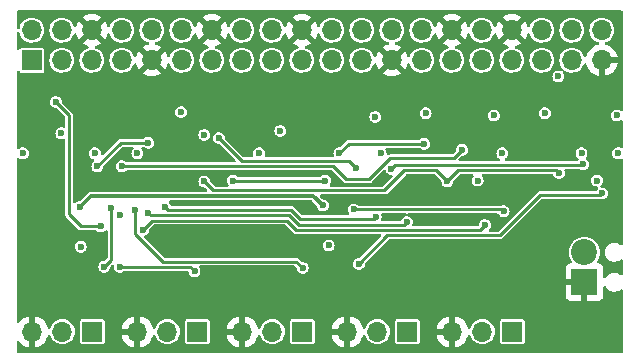
<source format=gbr>
G04 #@! TF.GenerationSoftware,KiCad,Pcbnew,8.0.8-8.0.8-0~ubuntu20.04.1*
G04 #@! TF.CreationDate,2025-01-21T23:34:14+05:30*
G04 #@! TF.ProjectId,hds_rpi,6864735f-7270-4692-9e6b-696361645f70,rev?*
G04 #@! TF.SameCoordinates,Original*
G04 #@! TF.FileFunction,Copper,L3,Inr*
G04 #@! TF.FilePolarity,Positive*
%FSLAX46Y46*%
G04 Gerber Fmt 4.6, Leading zero omitted, Abs format (unit mm)*
G04 Created by KiCad (PCBNEW 8.0.8-8.0.8-0~ubuntu20.04.1) date 2025-01-21 23:34:14*
%MOMM*%
%LPD*%
G01*
G04 APERTURE LIST*
G04 #@! TA.AperFunction,ComponentPad*
%ADD10R,1.700000X1.700000*%
G04 #@! TD*
G04 #@! TA.AperFunction,ComponentPad*
%ADD11O,1.700000X1.700000*%
G04 #@! TD*
G04 #@! TA.AperFunction,ComponentPad*
%ADD12R,2.200000X2.200000*%
G04 #@! TD*
G04 #@! TA.AperFunction,ComponentPad*
%ADD13C,2.200000*%
G04 #@! TD*
G04 #@! TA.AperFunction,ViaPad*
%ADD14C,0.600000*%
G04 #@! TD*
G04 #@! TA.AperFunction,Conductor*
%ADD15C,0.300000*%
G04 #@! TD*
G04 #@! TA.AperFunction,Conductor*
%ADD16C,0.250000*%
G04 #@! TD*
G04 APERTURE END LIST*
D10*
X97070000Y-78000000D03*
D11*
X94530000Y-78000000D03*
X91990000Y-78000000D03*
D10*
X88180000Y-78000000D03*
D11*
X85640000Y-78000000D03*
X83100000Y-78000000D03*
D12*
X129844800Y-73812400D03*
D13*
X129844800Y-71272400D03*
D10*
X105960000Y-78000000D03*
D11*
X103420000Y-78000000D03*
X100880000Y-78000000D03*
D10*
X114850000Y-78000000D03*
D11*
X112310000Y-78000000D03*
X109770000Y-78000000D03*
D10*
X123740000Y-78000000D03*
D11*
X121200000Y-78000000D03*
X118660000Y-78000000D03*
D10*
X83058000Y-55016400D03*
D11*
X83058000Y-52476400D03*
X85598000Y-55016400D03*
X85598000Y-52476400D03*
X88138000Y-55016400D03*
X88138000Y-52476400D03*
X90678000Y-55016400D03*
X90678000Y-52476400D03*
X93218000Y-55016400D03*
X93218000Y-52476400D03*
X95758000Y-55016400D03*
X95758000Y-52476400D03*
X98298000Y-55016400D03*
X98298000Y-52476400D03*
X100838000Y-55016400D03*
X100838000Y-52476400D03*
X103378000Y-55016400D03*
X103378000Y-52476400D03*
X105918000Y-55016400D03*
X105918000Y-52476400D03*
X108458000Y-55016400D03*
X108458000Y-52476400D03*
X110998000Y-55016400D03*
X110998000Y-52476400D03*
X113538000Y-55016400D03*
X113538000Y-52476400D03*
X116078000Y-55016400D03*
X116078000Y-52476400D03*
X118618000Y-55016400D03*
X118618000Y-52476400D03*
X121158000Y-55016400D03*
X121158000Y-52476400D03*
X123698000Y-55016400D03*
X123698000Y-52476400D03*
X126238000Y-55016400D03*
X126238000Y-52476400D03*
X128778000Y-55016400D03*
X128778000Y-52476400D03*
X131318000Y-55016400D03*
X131318000Y-52476400D03*
D14*
X104775000Y-56388000D03*
X124841000Y-65659000D03*
X97409000Y-57785000D03*
X82550000Y-65405000D03*
X83693000Y-72644000D03*
X104267000Y-69596000D03*
X86487000Y-69723000D03*
X101854000Y-71374000D03*
X82550000Y-70231000D03*
X132588000Y-53467000D03*
X107188000Y-70231000D03*
X117983000Y-71628000D03*
X132334000Y-79121000D03*
X99695000Y-69469000D03*
X128270000Y-67691000D03*
X125095000Y-72390000D03*
X113411000Y-72771000D03*
X102235000Y-60960000D03*
X130048000Y-51308000D03*
X124587000Y-69850000D03*
X120650000Y-66548000D03*
X132588000Y-56642000D03*
X107061000Y-72771000D03*
X114808000Y-51308000D03*
X132461000Y-67564000D03*
X85979000Y-56896000D03*
X109728000Y-51308000D03*
X87757000Y-72644000D03*
X96901000Y-71374000D03*
X99568000Y-56134000D03*
X122301000Y-72644000D03*
X101981000Y-58039000D03*
X112141000Y-56515000D03*
X115570000Y-72771000D03*
X122900000Y-62900000D03*
X108200000Y-70700000D03*
X132700000Y-62900000D03*
X102300000Y-62900000D03*
X87200000Y-70800000D03*
X112600000Y-62900000D03*
X92000000Y-62900000D03*
X82300000Y-62900000D03*
X87122000Y-67437000D03*
X107696000Y-67310000D03*
X127635000Y-56388000D03*
X118237000Y-65278000D03*
X127700000Y-64560588D03*
X97663000Y-65278000D03*
X89800000Y-67500000D03*
X89200000Y-72500000D03*
X90500000Y-68100000D03*
X96834310Y-72898000D03*
X90500000Y-72517000D03*
X106000000Y-72600000D03*
X91800000Y-67700000D03*
X92921702Y-67921702D03*
X114808000Y-68725000D03*
X123000000Y-67800000D03*
X110300000Y-67651000D03*
X85090000Y-58547000D03*
X88900000Y-69088000D03*
X88600000Y-64000000D03*
X92926861Y-62010518D03*
X85558000Y-61200000D03*
X90678837Y-63984094D03*
X119500000Y-62600000D03*
X100100000Y-65200000D03*
X107900000Y-65200000D03*
X116274998Y-62100000D03*
X109100000Y-62900000D03*
X116400000Y-59500000D03*
X120800000Y-65200000D03*
X130900000Y-65200000D03*
X126500000Y-59500000D03*
X88400000Y-62900000D03*
X95700000Y-59400000D03*
X98900000Y-61600000D03*
X110500000Y-64100000D03*
X104100000Y-61000000D03*
X129709124Y-63825001D03*
X113500000Y-64200000D03*
X129600000Y-62900000D03*
X112141000Y-59817000D03*
X94361000Y-67437000D03*
X112161771Y-68286000D03*
X92475000Y-69372702D03*
X122174000Y-59690000D03*
X121412000Y-68961000D03*
X97663000Y-61341000D03*
X131318000Y-66294000D03*
X110744000Y-72263000D03*
X132588000Y-59690000D03*
D15*
X87122000Y-67437000D02*
X88044000Y-66515000D01*
X106901000Y-66515000D02*
X107696000Y-67310000D01*
X88044000Y-66515000D02*
X106901000Y-66515000D01*
D16*
X118237000Y-65278000D02*
X117290000Y-64331000D01*
X114612000Y-64331000D02*
X112903000Y-66040000D01*
X98425000Y-66040000D02*
X97663000Y-65278000D01*
X127700000Y-64560588D02*
X127470412Y-64331000D01*
X112903000Y-66040000D02*
X98425000Y-66040000D01*
X127470412Y-64331000D02*
X119184000Y-64331000D01*
X119184000Y-64331000D02*
X118237000Y-65278000D01*
X117290000Y-64331000D02*
X114612000Y-64331000D01*
X89200000Y-72500000D02*
X89800000Y-71900000D01*
X89800000Y-71900000D02*
X89800000Y-67500000D01*
X96834310Y-72898000D02*
X96453310Y-72517000D01*
X96453310Y-72517000D02*
X90500000Y-72517000D01*
X94165000Y-72067000D02*
X91800000Y-69702000D01*
X106000000Y-72600000D02*
X105467000Y-72067000D01*
X105467000Y-72067000D02*
X94165000Y-72067000D01*
X91800000Y-69702000D02*
X91800000Y-67700000D01*
X105651604Y-68950000D02*
X114583000Y-68950000D01*
X104842604Y-68141000D02*
X105651604Y-68950000D01*
X93141000Y-68141000D02*
X104842604Y-68141000D01*
X92921702Y-67921702D02*
X93141000Y-68141000D01*
X114583000Y-68950000D02*
X114808000Y-68725000D01*
X122851000Y-67651000D02*
X110300000Y-67651000D01*
X123000000Y-67800000D02*
X122851000Y-67651000D01*
X88900000Y-69088000D02*
X87249000Y-69088000D01*
X86233000Y-68072000D02*
X86233000Y-59690000D01*
X87249000Y-69088000D02*
X86487000Y-68326000D01*
X86233000Y-59690000D02*
X85090000Y-58547000D01*
X86487000Y-68326000D02*
X86233000Y-68072000D01*
X92926861Y-62010518D02*
X90589482Y-62010518D01*
X90589482Y-62010518D02*
X88600000Y-64000000D01*
X108584094Y-63984094D02*
X109675000Y-65075000D01*
X113000000Y-63700000D02*
X113400000Y-63300000D01*
X113400000Y-63300000D02*
X118200000Y-63300000D01*
X111625000Y-65075000D02*
X113000000Y-63700000D01*
X118200000Y-63300000D02*
X118800000Y-63300000D01*
X90678837Y-63984094D02*
X108584094Y-63984094D01*
X109675000Y-65075000D02*
X111625000Y-65075000D01*
X118800000Y-63300000D02*
X119500000Y-62600000D01*
X107900000Y-65200000D02*
X100100000Y-65200000D01*
X109900000Y-62100000D02*
X109100000Y-62900000D01*
X116274998Y-62100000D02*
X109900000Y-62100000D01*
X100834094Y-63534094D02*
X98900000Y-61600000D01*
X110500000Y-64100000D02*
X109934094Y-63534094D01*
X109934094Y-63534094D02*
X100834094Y-63534094D01*
X129709124Y-63825001D02*
X129653125Y-63881000D01*
X129653125Y-63881000D02*
X113819000Y-63881000D01*
X113819000Y-63881000D02*
X113500000Y-64200000D01*
X94361000Y-67437000D02*
X94615000Y-67691000D01*
X111994771Y-68453000D02*
X112161771Y-68286000D01*
X105791000Y-68453000D02*
X111994771Y-68453000D01*
X105029000Y-67691000D02*
X105791000Y-68453000D01*
X94615000Y-67691000D02*
X105029000Y-67691000D01*
X104656208Y-68591000D02*
X105465208Y-69400000D01*
X105465208Y-69400000D02*
X120973000Y-69400000D01*
X120973000Y-69400000D02*
X121412000Y-68961000D01*
X92475000Y-69372702D02*
X93256702Y-68591000D01*
X93256702Y-68591000D02*
X104656208Y-68591000D01*
X122682000Y-69850000D02*
X126111000Y-66421000D01*
X110744000Y-72263000D02*
X113157000Y-69850000D01*
X113157000Y-69850000D02*
X122682000Y-69850000D01*
X131191000Y-66421000D02*
X131318000Y-66294000D01*
X126111000Y-66421000D02*
X131191000Y-66421000D01*
G04 #@! TA.AperFunction,Conductor*
G36*
X133046539Y-50812185D02*
G01*
X133092294Y-50864989D01*
X133103500Y-50916500D01*
X133103500Y-59199256D01*
X133083815Y-59266295D01*
X133031011Y-59312050D01*
X132961853Y-59321994D01*
X132912461Y-59303572D01*
X132854456Y-59266295D01*
X132798053Y-59230047D01*
X132798051Y-59230046D01*
X132798049Y-59230045D01*
X132798050Y-59230045D01*
X132659963Y-59189500D01*
X132659961Y-59189500D01*
X132516039Y-59189500D01*
X132516036Y-59189500D01*
X132377949Y-59230045D01*
X132256873Y-59307856D01*
X132162623Y-59416626D01*
X132162622Y-59416628D01*
X132102834Y-59547543D01*
X132082353Y-59690000D01*
X132102834Y-59832456D01*
X132162622Y-59963371D01*
X132162623Y-59963373D01*
X132256872Y-60072143D01*
X132377947Y-60149953D01*
X132377950Y-60149954D01*
X132377949Y-60149954D01*
X132516036Y-60190499D01*
X132516038Y-60190500D01*
X132516039Y-60190500D01*
X132659962Y-60190500D01*
X132659962Y-60190499D01*
X132798050Y-60149954D01*
X132798051Y-60149954D01*
X132890762Y-60090373D01*
X132912460Y-60076427D01*
X132979500Y-60056743D01*
X133046539Y-60076427D01*
X133092294Y-60129231D01*
X133103500Y-60180743D01*
X133103500Y-62337278D01*
X133083815Y-62404317D01*
X133031011Y-62450072D01*
X132961853Y-62460016D01*
X132918127Y-62443708D01*
X132918118Y-62443730D01*
X132917818Y-62443593D01*
X132912466Y-62441597D01*
X132910054Y-62440047D01*
X132910050Y-62440045D01*
X132771963Y-62399500D01*
X132771961Y-62399500D01*
X132628039Y-62399500D01*
X132628036Y-62399500D01*
X132489949Y-62440045D01*
X132368873Y-62517856D01*
X132274623Y-62626626D01*
X132274622Y-62626628D01*
X132214834Y-62757543D01*
X132194353Y-62900000D01*
X132214834Y-63042456D01*
X132274622Y-63173371D01*
X132274623Y-63173373D01*
X132368872Y-63282143D01*
X132489947Y-63359953D01*
X132489950Y-63359954D01*
X132489949Y-63359954D01*
X132628036Y-63400499D01*
X132628038Y-63400500D01*
X132628039Y-63400500D01*
X132771962Y-63400500D01*
X132771962Y-63400499D01*
X132893236Y-63364891D01*
X132910050Y-63359954D01*
X132910050Y-63359953D01*
X132910053Y-63359953D01*
X132912459Y-63358407D01*
X132915203Y-63357601D01*
X132918118Y-63356270D01*
X132918309Y-63356689D01*
X132979498Y-63338721D01*
X133046538Y-63358404D01*
X133092294Y-63411208D01*
X133103500Y-63462721D01*
X133103500Y-70559659D01*
X133083815Y-70626698D01*
X133031011Y-70672453D01*
X132961853Y-70682397D01*
X132900048Y-70654171D01*
X132899799Y-70654476D01*
X132898650Y-70653533D01*
X132898297Y-70653372D01*
X132897132Y-70652287D01*
X132895088Y-70650610D01*
X132763985Y-70563009D01*
X132763972Y-70563002D01*
X132618301Y-70502664D01*
X132618289Y-70502661D01*
X132463645Y-70471900D01*
X132463642Y-70471900D01*
X132305958Y-70471900D01*
X132305955Y-70471900D01*
X132151310Y-70502661D01*
X132151298Y-70502664D01*
X132005627Y-70563002D01*
X132005614Y-70563009D01*
X131874511Y-70650610D01*
X131874507Y-70650613D01*
X131763013Y-70762107D01*
X131763010Y-70762111D01*
X131675409Y-70893214D01*
X131675402Y-70893227D01*
X131615064Y-71038898D01*
X131615061Y-71038910D01*
X131584300Y-71193553D01*
X131584300Y-71351246D01*
X131615061Y-71505889D01*
X131615064Y-71505901D01*
X131675402Y-71651572D01*
X131675409Y-71651585D01*
X131763010Y-71782688D01*
X131763013Y-71782692D01*
X131874507Y-71894186D01*
X131874511Y-71894189D01*
X132005614Y-71981790D01*
X132005627Y-71981797D01*
X132111473Y-72025639D01*
X132151303Y-72042137D01*
X132257098Y-72063181D01*
X132305953Y-72072899D01*
X132305956Y-72072900D01*
X132305958Y-72072900D01*
X132463644Y-72072900D01*
X132463645Y-72072899D01*
X132618297Y-72042137D01*
X132763979Y-71981794D01*
X132895089Y-71894189D01*
X132895093Y-71894184D01*
X132899799Y-71890324D01*
X132901373Y-71892242D01*
X132953142Y-71863975D01*
X133022834Y-71868959D01*
X133078767Y-71910831D01*
X133103184Y-71976295D01*
X133103500Y-71985141D01*
X133103500Y-73099659D01*
X133083815Y-73166698D01*
X133031011Y-73212453D01*
X132961853Y-73222397D01*
X132900048Y-73194171D01*
X132899799Y-73194476D01*
X132898650Y-73193533D01*
X132898297Y-73193372D01*
X132897132Y-73192287D01*
X132895088Y-73190610D01*
X132763985Y-73103009D01*
X132763972Y-73103002D01*
X132618301Y-73042664D01*
X132618289Y-73042661D01*
X132463645Y-73011900D01*
X132463642Y-73011900D01*
X132305958Y-73011900D01*
X132305955Y-73011900D01*
X132151310Y-73042661D01*
X132151298Y-73042664D01*
X132005627Y-73103002D01*
X132005614Y-73103009D01*
X131874511Y-73190610D01*
X131874507Y-73190613D01*
X131763013Y-73302107D01*
X131763010Y-73302111D01*
X131672021Y-73438286D01*
X131669690Y-73436729D01*
X131629067Y-73477986D01*
X131560911Y-73493366D01*
X131495260Y-73469456D01*
X131452957Y-73413848D01*
X131444800Y-73369617D01*
X131444800Y-72664572D01*
X131444799Y-72664555D01*
X131438398Y-72605027D01*
X131438396Y-72605020D01*
X131388154Y-72470313D01*
X131388150Y-72470306D01*
X131301990Y-72355212D01*
X131301987Y-72355209D01*
X131186893Y-72269049D01*
X131186886Y-72269045D01*
X131052179Y-72218803D01*
X131052173Y-72218801D01*
X130998247Y-72213003D01*
X130933696Y-72186264D01*
X130893849Y-72128871D01*
X130891356Y-72059046D01*
X130909929Y-72018591D01*
X130911393Y-72016500D01*
X130975368Y-71925134D01*
X131071539Y-71718896D01*
X131130435Y-71499092D01*
X131150268Y-71272400D01*
X131130435Y-71045708D01*
X131071539Y-70825904D01*
X130975368Y-70619666D01*
X130844847Y-70433261D01*
X130844845Y-70433258D01*
X130683941Y-70272354D01*
X130497534Y-70141832D01*
X130497532Y-70141831D01*
X130291297Y-70045661D01*
X130291288Y-70045658D01*
X130071497Y-69986766D01*
X130071493Y-69986765D01*
X130071492Y-69986765D01*
X130071491Y-69986764D01*
X130071486Y-69986764D01*
X129844802Y-69966932D01*
X129844798Y-69966932D01*
X129618113Y-69986764D01*
X129618102Y-69986766D01*
X129398311Y-70045658D01*
X129398302Y-70045661D01*
X129192067Y-70141831D01*
X129192065Y-70141832D01*
X129005658Y-70272354D01*
X128844754Y-70433258D01*
X128714232Y-70619665D01*
X128714231Y-70619667D01*
X128618061Y-70825902D01*
X128618058Y-70825911D01*
X128559166Y-71045702D01*
X128559164Y-71045713D01*
X128539332Y-71272398D01*
X128539332Y-71272401D01*
X128559164Y-71499086D01*
X128559166Y-71499097D01*
X128618058Y-71718888D01*
X128618061Y-71718897D01*
X128714231Y-71925132D01*
X128779671Y-72018592D01*
X128801998Y-72084798D01*
X128784986Y-72152565D01*
X128734038Y-72200378D01*
X128691352Y-72213003D01*
X128637426Y-72218801D01*
X128637420Y-72218803D01*
X128502713Y-72269045D01*
X128502706Y-72269049D01*
X128387612Y-72355209D01*
X128387609Y-72355212D01*
X128301449Y-72470306D01*
X128301445Y-72470313D01*
X128251203Y-72605020D01*
X128251201Y-72605027D01*
X128244800Y-72664555D01*
X128244800Y-73562400D01*
X129354052Y-73562400D01*
X129332282Y-73600108D01*
X129294800Y-73739991D01*
X129294800Y-73884809D01*
X129332282Y-74024692D01*
X129354052Y-74062400D01*
X128244800Y-74062400D01*
X128244800Y-74960244D01*
X128251201Y-75019772D01*
X128251203Y-75019779D01*
X128301445Y-75154486D01*
X128301449Y-75154493D01*
X128387609Y-75269587D01*
X128387612Y-75269590D01*
X128502706Y-75355750D01*
X128502713Y-75355754D01*
X128637420Y-75405996D01*
X128637427Y-75405998D01*
X128696955Y-75412399D01*
X128696972Y-75412400D01*
X129594800Y-75412400D01*
X129594800Y-74303147D01*
X129632508Y-74324918D01*
X129772391Y-74362400D01*
X129917209Y-74362400D01*
X130057092Y-74324918D01*
X130094800Y-74303147D01*
X130094800Y-75412400D01*
X130992628Y-75412400D01*
X130992644Y-75412399D01*
X131052172Y-75405998D01*
X131052179Y-75405996D01*
X131186886Y-75355754D01*
X131186893Y-75355750D01*
X131301987Y-75269590D01*
X131301990Y-75269587D01*
X131388150Y-75154493D01*
X131388154Y-75154486D01*
X131438396Y-75019779D01*
X131438398Y-75019772D01*
X131444799Y-74960244D01*
X131444800Y-74960227D01*
X131444800Y-74255182D01*
X131464485Y-74188143D01*
X131517289Y-74142388D01*
X131586447Y-74132444D01*
X131650003Y-74161469D01*
X131670694Y-74187400D01*
X131672021Y-74186514D01*
X131763010Y-74322688D01*
X131763013Y-74322692D01*
X131874507Y-74434186D01*
X131874511Y-74434189D01*
X132005614Y-74521790D01*
X132005627Y-74521797D01*
X132151298Y-74582135D01*
X132151303Y-74582137D01*
X132305953Y-74612899D01*
X132305956Y-74612900D01*
X132305958Y-74612900D01*
X132463644Y-74612900D01*
X132463645Y-74612899D01*
X132618297Y-74582137D01*
X132763979Y-74521794D01*
X132895089Y-74434189D01*
X132895093Y-74434184D01*
X132899799Y-74430324D01*
X132901373Y-74432242D01*
X132953142Y-74403975D01*
X133022834Y-74408959D01*
X133078767Y-74450831D01*
X133103184Y-74516295D01*
X133103500Y-74525141D01*
X133103500Y-79667500D01*
X133083815Y-79734539D01*
X133031011Y-79780294D01*
X132979500Y-79791500D01*
X81904500Y-79791500D01*
X81837461Y-79771815D01*
X81791706Y-79719011D01*
X81780500Y-79667500D01*
X81780500Y-78862488D01*
X81800185Y-78795449D01*
X81852989Y-78749694D01*
X81922147Y-78739750D01*
X81985703Y-78768775D01*
X82006075Y-78791365D01*
X82061891Y-78871079D01*
X82228917Y-79038105D01*
X82422421Y-79173600D01*
X82636507Y-79273429D01*
X82636516Y-79273433D01*
X82850000Y-79330634D01*
X82850000Y-78433012D01*
X82907007Y-78465925D01*
X83034174Y-78500000D01*
X83165826Y-78500000D01*
X83292993Y-78465925D01*
X83350000Y-78433012D01*
X83350000Y-79330634D01*
X83563483Y-79273433D01*
X83563492Y-79273429D01*
X83777578Y-79173600D01*
X83971082Y-79038105D01*
X84138105Y-78871082D01*
X84273600Y-78677578D01*
X84373429Y-78463492D01*
X84373433Y-78463483D01*
X84406158Y-78341350D01*
X84442522Y-78281690D01*
X84505369Y-78251160D01*
X84574745Y-78259454D01*
X84628623Y-78303939D01*
X84644593Y-78337447D01*
X84664768Y-78403954D01*
X84762315Y-78586450D01*
X84762317Y-78586452D01*
X84893589Y-78746410D01*
X84990209Y-78825702D01*
X85053550Y-78877685D01*
X85236046Y-78975232D01*
X85434066Y-79035300D01*
X85434065Y-79035300D01*
X85452529Y-79037118D01*
X85640000Y-79055583D01*
X85845934Y-79035300D01*
X86043954Y-78975232D01*
X86226450Y-78877685D01*
X86386410Y-78746410D01*
X86517685Y-78586450D01*
X86615232Y-78403954D01*
X86675300Y-78205934D01*
X86695583Y-78000000D01*
X86675300Y-77794066D01*
X86615232Y-77596046D01*
X86517685Y-77413550D01*
X86442897Y-77322420D01*
X86386410Y-77253589D01*
X86236121Y-77130252D01*
X86236115Y-77130247D01*
X87129500Y-77130247D01*
X87129500Y-78869752D01*
X87141131Y-78928229D01*
X87141132Y-78928230D01*
X87185447Y-78994552D01*
X87251769Y-79038867D01*
X87251770Y-79038868D01*
X87310247Y-79050499D01*
X87310250Y-79050500D01*
X87310252Y-79050500D01*
X89049750Y-79050500D01*
X89049751Y-79050499D01*
X89064568Y-79047552D01*
X89108229Y-79038868D01*
X89108229Y-79038867D01*
X89108231Y-79038867D01*
X89174552Y-78994552D01*
X89218867Y-78928231D01*
X89218867Y-78928229D01*
X89218868Y-78928229D01*
X89228922Y-78877682D01*
X89230500Y-78869748D01*
X89230500Y-77749999D01*
X90659364Y-77749999D01*
X90659364Y-77750000D01*
X91556988Y-77750000D01*
X91524075Y-77807007D01*
X91490000Y-77934174D01*
X91490000Y-78065826D01*
X91524075Y-78192993D01*
X91556988Y-78250000D01*
X90659364Y-78250000D01*
X90716567Y-78463486D01*
X90716570Y-78463492D01*
X90816399Y-78677578D01*
X90951894Y-78871082D01*
X91118917Y-79038105D01*
X91312421Y-79173600D01*
X91526507Y-79273429D01*
X91526516Y-79273433D01*
X91740000Y-79330634D01*
X91740000Y-78433012D01*
X91797007Y-78465925D01*
X91924174Y-78500000D01*
X92055826Y-78500000D01*
X92182993Y-78465925D01*
X92240000Y-78433012D01*
X92240000Y-79330634D01*
X92453483Y-79273433D01*
X92453492Y-79273429D01*
X92667578Y-79173600D01*
X92861082Y-79038105D01*
X93028105Y-78871082D01*
X93163600Y-78677578D01*
X93263429Y-78463492D01*
X93263433Y-78463483D01*
X93296158Y-78341350D01*
X93332522Y-78281690D01*
X93395369Y-78251160D01*
X93464745Y-78259454D01*
X93518623Y-78303939D01*
X93534593Y-78337447D01*
X93554768Y-78403954D01*
X93652315Y-78586450D01*
X93652317Y-78586452D01*
X93783589Y-78746410D01*
X93880209Y-78825702D01*
X93943550Y-78877685D01*
X94126046Y-78975232D01*
X94324066Y-79035300D01*
X94324065Y-79035300D01*
X94342529Y-79037118D01*
X94530000Y-79055583D01*
X94735934Y-79035300D01*
X94933954Y-78975232D01*
X95116450Y-78877685D01*
X95276410Y-78746410D01*
X95407685Y-78586450D01*
X95505232Y-78403954D01*
X95565300Y-78205934D01*
X95585583Y-78000000D01*
X95565300Y-77794066D01*
X95505232Y-77596046D01*
X95407685Y-77413550D01*
X95332897Y-77322420D01*
X95276410Y-77253589D01*
X95126121Y-77130252D01*
X95126115Y-77130247D01*
X96019500Y-77130247D01*
X96019500Y-78869752D01*
X96031131Y-78928229D01*
X96031132Y-78928230D01*
X96075447Y-78994552D01*
X96141769Y-79038867D01*
X96141770Y-79038868D01*
X96200247Y-79050499D01*
X96200250Y-79050500D01*
X96200252Y-79050500D01*
X97939750Y-79050500D01*
X97939751Y-79050499D01*
X97954568Y-79047552D01*
X97998229Y-79038868D01*
X97998229Y-79038867D01*
X97998231Y-79038867D01*
X98064552Y-78994552D01*
X98108867Y-78928231D01*
X98108867Y-78928229D01*
X98108868Y-78928229D01*
X98118922Y-78877682D01*
X98120500Y-78869748D01*
X98120500Y-77749999D01*
X99549364Y-77749999D01*
X99549364Y-77750000D01*
X100446988Y-77750000D01*
X100414075Y-77807007D01*
X100380000Y-77934174D01*
X100380000Y-78065826D01*
X100414075Y-78192993D01*
X100446988Y-78250000D01*
X99549364Y-78250000D01*
X99606567Y-78463486D01*
X99606570Y-78463492D01*
X99706399Y-78677578D01*
X99841894Y-78871082D01*
X100008917Y-79038105D01*
X100202421Y-79173600D01*
X100416507Y-79273429D01*
X100416516Y-79273433D01*
X100630000Y-79330634D01*
X100630000Y-78433012D01*
X100687007Y-78465925D01*
X100814174Y-78500000D01*
X100945826Y-78500000D01*
X101072993Y-78465925D01*
X101130000Y-78433012D01*
X101130000Y-79330634D01*
X101343483Y-79273433D01*
X101343492Y-79273429D01*
X101557578Y-79173600D01*
X101751082Y-79038105D01*
X101918105Y-78871082D01*
X102053600Y-78677578D01*
X102153429Y-78463492D01*
X102153433Y-78463483D01*
X102186158Y-78341350D01*
X102222522Y-78281690D01*
X102285369Y-78251160D01*
X102354745Y-78259454D01*
X102408623Y-78303939D01*
X102424593Y-78337447D01*
X102444768Y-78403954D01*
X102542315Y-78586450D01*
X102542317Y-78586452D01*
X102673589Y-78746410D01*
X102770209Y-78825702D01*
X102833550Y-78877685D01*
X103016046Y-78975232D01*
X103214066Y-79035300D01*
X103214065Y-79035300D01*
X103232529Y-79037118D01*
X103420000Y-79055583D01*
X103625934Y-79035300D01*
X103823954Y-78975232D01*
X104006450Y-78877685D01*
X104166410Y-78746410D01*
X104297685Y-78586450D01*
X104395232Y-78403954D01*
X104455300Y-78205934D01*
X104475583Y-78000000D01*
X104455300Y-77794066D01*
X104395232Y-77596046D01*
X104297685Y-77413550D01*
X104222897Y-77322420D01*
X104166410Y-77253589D01*
X104016121Y-77130252D01*
X104016115Y-77130247D01*
X104909500Y-77130247D01*
X104909500Y-78869752D01*
X104921131Y-78928229D01*
X104921132Y-78928230D01*
X104965447Y-78994552D01*
X105031769Y-79038867D01*
X105031770Y-79038868D01*
X105090247Y-79050499D01*
X105090250Y-79050500D01*
X105090252Y-79050500D01*
X106829750Y-79050500D01*
X106829751Y-79050499D01*
X106844568Y-79047552D01*
X106888229Y-79038868D01*
X106888229Y-79038867D01*
X106888231Y-79038867D01*
X106954552Y-78994552D01*
X106998867Y-78928231D01*
X106998867Y-78928229D01*
X106998868Y-78928229D01*
X107008922Y-78877682D01*
X107010500Y-78869748D01*
X107010500Y-77749999D01*
X108439364Y-77749999D01*
X108439364Y-77750000D01*
X109336988Y-77750000D01*
X109304075Y-77807007D01*
X109270000Y-77934174D01*
X109270000Y-78065826D01*
X109304075Y-78192993D01*
X109336988Y-78250000D01*
X108439364Y-78250000D01*
X108496567Y-78463486D01*
X108496570Y-78463492D01*
X108596399Y-78677578D01*
X108731894Y-78871082D01*
X108898917Y-79038105D01*
X109092421Y-79173600D01*
X109306507Y-79273429D01*
X109306516Y-79273433D01*
X109520000Y-79330634D01*
X109520000Y-78433012D01*
X109577007Y-78465925D01*
X109704174Y-78500000D01*
X109835826Y-78500000D01*
X109962993Y-78465925D01*
X110020000Y-78433012D01*
X110020000Y-79330634D01*
X110233483Y-79273433D01*
X110233492Y-79273429D01*
X110447578Y-79173600D01*
X110641082Y-79038105D01*
X110808105Y-78871082D01*
X110943600Y-78677578D01*
X111043429Y-78463492D01*
X111043433Y-78463483D01*
X111076158Y-78341350D01*
X111112522Y-78281690D01*
X111175369Y-78251160D01*
X111244745Y-78259454D01*
X111298623Y-78303939D01*
X111314593Y-78337447D01*
X111334768Y-78403954D01*
X111432315Y-78586450D01*
X111432317Y-78586452D01*
X111563589Y-78746410D01*
X111660209Y-78825702D01*
X111723550Y-78877685D01*
X111906046Y-78975232D01*
X112104066Y-79035300D01*
X112104065Y-79035300D01*
X112122529Y-79037118D01*
X112310000Y-79055583D01*
X112515934Y-79035300D01*
X112713954Y-78975232D01*
X112896450Y-78877685D01*
X113056410Y-78746410D01*
X113187685Y-78586450D01*
X113285232Y-78403954D01*
X113345300Y-78205934D01*
X113365583Y-78000000D01*
X113345300Y-77794066D01*
X113285232Y-77596046D01*
X113187685Y-77413550D01*
X113112897Y-77322420D01*
X113056410Y-77253589D01*
X112906121Y-77130252D01*
X112906115Y-77130247D01*
X113799500Y-77130247D01*
X113799500Y-78869752D01*
X113811131Y-78928229D01*
X113811132Y-78928230D01*
X113855447Y-78994552D01*
X113921769Y-79038867D01*
X113921770Y-79038868D01*
X113980247Y-79050499D01*
X113980250Y-79050500D01*
X113980252Y-79050500D01*
X115719750Y-79050500D01*
X115719751Y-79050499D01*
X115734568Y-79047552D01*
X115778229Y-79038868D01*
X115778229Y-79038867D01*
X115778231Y-79038867D01*
X115844552Y-78994552D01*
X115888867Y-78928231D01*
X115888867Y-78928229D01*
X115888868Y-78928229D01*
X115898922Y-78877682D01*
X115900500Y-78869748D01*
X115900500Y-77749999D01*
X117329364Y-77749999D01*
X117329364Y-77750000D01*
X118226988Y-77750000D01*
X118194075Y-77807007D01*
X118160000Y-77934174D01*
X118160000Y-78065826D01*
X118194075Y-78192993D01*
X118226988Y-78250000D01*
X117329364Y-78250000D01*
X117386567Y-78463486D01*
X117386570Y-78463492D01*
X117486399Y-78677578D01*
X117621894Y-78871082D01*
X117788917Y-79038105D01*
X117982421Y-79173600D01*
X118196507Y-79273429D01*
X118196516Y-79273433D01*
X118410000Y-79330634D01*
X118410000Y-78433012D01*
X118467007Y-78465925D01*
X118594174Y-78500000D01*
X118725826Y-78500000D01*
X118852993Y-78465925D01*
X118910000Y-78433012D01*
X118910000Y-79330633D01*
X119123483Y-79273433D01*
X119123492Y-79273429D01*
X119337578Y-79173600D01*
X119531082Y-79038105D01*
X119698105Y-78871082D01*
X119833600Y-78677578D01*
X119933429Y-78463492D01*
X119933433Y-78463483D01*
X119966158Y-78341350D01*
X120002522Y-78281690D01*
X120065369Y-78251160D01*
X120134745Y-78259454D01*
X120188623Y-78303939D01*
X120204593Y-78337447D01*
X120224768Y-78403954D01*
X120322315Y-78586450D01*
X120322317Y-78586452D01*
X120453589Y-78746410D01*
X120550209Y-78825702D01*
X120613550Y-78877685D01*
X120796046Y-78975232D01*
X120994066Y-79035300D01*
X120994065Y-79035300D01*
X121012529Y-79037118D01*
X121200000Y-79055583D01*
X121405934Y-79035300D01*
X121603954Y-78975232D01*
X121786450Y-78877685D01*
X121946410Y-78746410D01*
X122077685Y-78586450D01*
X122175232Y-78403954D01*
X122235300Y-78205934D01*
X122255583Y-78000000D01*
X122235300Y-77794066D01*
X122175232Y-77596046D01*
X122077685Y-77413550D01*
X122002897Y-77322420D01*
X121946410Y-77253589D01*
X121796121Y-77130252D01*
X121796115Y-77130247D01*
X122689500Y-77130247D01*
X122689500Y-78869752D01*
X122701131Y-78928229D01*
X122701132Y-78928230D01*
X122745447Y-78994552D01*
X122811769Y-79038867D01*
X122811770Y-79038868D01*
X122870247Y-79050499D01*
X122870250Y-79050500D01*
X122870252Y-79050500D01*
X124609750Y-79050500D01*
X124609751Y-79050499D01*
X124624568Y-79047552D01*
X124668229Y-79038868D01*
X124668229Y-79038867D01*
X124668231Y-79038867D01*
X124734552Y-78994552D01*
X124778867Y-78928231D01*
X124778867Y-78928229D01*
X124778868Y-78928229D01*
X124788922Y-78877682D01*
X124790500Y-78869748D01*
X124790500Y-77130252D01*
X124790500Y-77130249D01*
X124790499Y-77130247D01*
X124778868Y-77071770D01*
X124778867Y-77071769D01*
X124734552Y-77005447D01*
X124668230Y-76961132D01*
X124668229Y-76961131D01*
X124609752Y-76949500D01*
X124609748Y-76949500D01*
X122870252Y-76949500D01*
X122870247Y-76949500D01*
X122811770Y-76961131D01*
X122811769Y-76961132D01*
X122745447Y-77005447D01*
X122701132Y-77071769D01*
X122701131Y-77071770D01*
X122689500Y-77130247D01*
X121796115Y-77130247D01*
X121786450Y-77122315D01*
X121603954Y-77024768D01*
X121405934Y-76964700D01*
X121405932Y-76964699D01*
X121405934Y-76964699D01*
X121200000Y-76944417D01*
X120994067Y-76964699D01*
X120796043Y-77024769D01*
X120708114Y-77071769D01*
X120613550Y-77122315D01*
X120613548Y-77122316D01*
X120613547Y-77122317D01*
X120453589Y-77253589D01*
X120322317Y-77413547D01*
X120224767Y-77596046D01*
X120204593Y-77662552D01*
X120166296Y-77720990D01*
X120102483Y-77749447D01*
X120033416Y-77738886D01*
X119981023Y-77692661D01*
X119966158Y-77658649D01*
X119933433Y-77536516D01*
X119933429Y-77536507D01*
X119833600Y-77322422D01*
X119833599Y-77322420D01*
X119698113Y-77128926D01*
X119698108Y-77128920D01*
X119531082Y-76961894D01*
X119337578Y-76826399D01*
X119123492Y-76726570D01*
X119123486Y-76726567D01*
X118910000Y-76669364D01*
X118910000Y-77566988D01*
X118852993Y-77534075D01*
X118725826Y-77500000D01*
X118594174Y-77500000D01*
X118467007Y-77534075D01*
X118410000Y-77566988D01*
X118410000Y-76669364D01*
X118409999Y-76669364D01*
X118196513Y-76726567D01*
X118196507Y-76726570D01*
X117982422Y-76826399D01*
X117982420Y-76826400D01*
X117788926Y-76961886D01*
X117788920Y-76961891D01*
X117621891Y-77128920D01*
X117621886Y-77128926D01*
X117486400Y-77322420D01*
X117486399Y-77322422D01*
X117386570Y-77536507D01*
X117386567Y-77536513D01*
X117329364Y-77749999D01*
X115900500Y-77749999D01*
X115900500Y-77130252D01*
X115900500Y-77130249D01*
X115900499Y-77130247D01*
X115888868Y-77071770D01*
X115888867Y-77071769D01*
X115844552Y-77005447D01*
X115778230Y-76961132D01*
X115778229Y-76961131D01*
X115719752Y-76949500D01*
X115719748Y-76949500D01*
X113980252Y-76949500D01*
X113980247Y-76949500D01*
X113921770Y-76961131D01*
X113921769Y-76961132D01*
X113855447Y-77005447D01*
X113811132Y-77071769D01*
X113811131Y-77071770D01*
X113799500Y-77130247D01*
X112906115Y-77130247D01*
X112896450Y-77122315D01*
X112713954Y-77024768D01*
X112515934Y-76964700D01*
X112515932Y-76964699D01*
X112515934Y-76964699D01*
X112310000Y-76944417D01*
X112104067Y-76964699D01*
X111906043Y-77024769D01*
X111818114Y-77071769D01*
X111723550Y-77122315D01*
X111723548Y-77122316D01*
X111723547Y-77122317D01*
X111563589Y-77253589D01*
X111432317Y-77413547D01*
X111334767Y-77596046D01*
X111314593Y-77662552D01*
X111276296Y-77720990D01*
X111212483Y-77749447D01*
X111143416Y-77738886D01*
X111091023Y-77692661D01*
X111076158Y-77658649D01*
X111043433Y-77536516D01*
X111043429Y-77536507D01*
X110943600Y-77322422D01*
X110943599Y-77322420D01*
X110808113Y-77128926D01*
X110808108Y-77128920D01*
X110641082Y-76961894D01*
X110447578Y-76826399D01*
X110233492Y-76726570D01*
X110233486Y-76726567D01*
X110020000Y-76669364D01*
X110020000Y-77566988D01*
X109962993Y-77534075D01*
X109835826Y-77500000D01*
X109704174Y-77500000D01*
X109577007Y-77534075D01*
X109520000Y-77566988D01*
X109520000Y-76669364D01*
X109519999Y-76669364D01*
X109306513Y-76726567D01*
X109306507Y-76726570D01*
X109092422Y-76826399D01*
X109092420Y-76826400D01*
X108898926Y-76961886D01*
X108898920Y-76961891D01*
X108731891Y-77128920D01*
X108731886Y-77128926D01*
X108596400Y-77322420D01*
X108596399Y-77322422D01*
X108496570Y-77536507D01*
X108496567Y-77536513D01*
X108439364Y-77749999D01*
X107010500Y-77749999D01*
X107010500Y-77130252D01*
X107010500Y-77130249D01*
X107010499Y-77130247D01*
X106998868Y-77071770D01*
X106998867Y-77071769D01*
X106954552Y-77005447D01*
X106888230Y-76961132D01*
X106888229Y-76961131D01*
X106829752Y-76949500D01*
X106829748Y-76949500D01*
X105090252Y-76949500D01*
X105090247Y-76949500D01*
X105031770Y-76961131D01*
X105031769Y-76961132D01*
X104965447Y-77005447D01*
X104921132Y-77071769D01*
X104921131Y-77071770D01*
X104909500Y-77130247D01*
X104016115Y-77130247D01*
X104006450Y-77122315D01*
X103823954Y-77024768D01*
X103625934Y-76964700D01*
X103625932Y-76964699D01*
X103625934Y-76964699D01*
X103420000Y-76944417D01*
X103214067Y-76964699D01*
X103016043Y-77024769D01*
X102928114Y-77071769D01*
X102833550Y-77122315D01*
X102833548Y-77122316D01*
X102833547Y-77122317D01*
X102673589Y-77253589D01*
X102542317Y-77413547D01*
X102444767Y-77596046D01*
X102424593Y-77662552D01*
X102386296Y-77720990D01*
X102322483Y-77749447D01*
X102253416Y-77738886D01*
X102201023Y-77692661D01*
X102186158Y-77658649D01*
X102153433Y-77536516D01*
X102153429Y-77536507D01*
X102053600Y-77322422D01*
X102053599Y-77322420D01*
X101918113Y-77128926D01*
X101918108Y-77128920D01*
X101751082Y-76961894D01*
X101557578Y-76826399D01*
X101343492Y-76726570D01*
X101343486Y-76726567D01*
X101130000Y-76669364D01*
X101130000Y-77566988D01*
X101072993Y-77534075D01*
X100945826Y-77500000D01*
X100814174Y-77500000D01*
X100687007Y-77534075D01*
X100630000Y-77566988D01*
X100630000Y-76669364D01*
X100629999Y-76669364D01*
X100416513Y-76726567D01*
X100416507Y-76726570D01*
X100202422Y-76826399D01*
X100202420Y-76826400D01*
X100008926Y-76961886D01*
X100008920Y-76961891D01*
X99841891Y-77128920D01*
X99841886Y-77128926D01*
X99706400Y-77322420D01*
X99706399Y-77322422D01*
X99606570Y-77536507D01*
X99606567Y-77536513D01*
X99549364Y-77749999D01*
X98120500Y-77749999D01*
X98120500Y-77130252D01*
X98120500Y-77130249D01*
X98120499Y-77130247D01*
X98108868Y-77071770D01*
X98108867Y-77071769D01*
X98064552Y-77005447D01*
X97998230Y-76961132D01*
X97998229Y-76961131D01*
X97939752Y-76949500D01*
X97939748Y-76949500D01*
X96200252Y-76949500D01*
X96200247Y-76949500D01*
X96141770Y-76961131D01*
X96141769Y-76961132D01*
X96075447Y-77005447D01*
X96031132Y-77071769D01*
X96031131Y-77071770D01*
X96019500Y-77130247D01*
X95126115Y-77130247D01*
X95116450Y-77122315D01*
X94933954Y-77024768D01*
X94735934Y-76964700D01*
X94735932Y-76964699D01*
X94735934Y-76964699D01*
X94530000Y-76944417D01*
X94324067Y-76964699D01*
X94126043Y-77024769D01*
X94038114Y-77071769D01*
X93943550Y-77122315D01*
X93943548Y-77122316D01*
X93943547Y-77122317D01*
X93783589Y-77253589D01*
X93652317Y-77413547D01*
X93554767Y-77596046D01*
X93534593Y-77662552D01*
X93496296Y-77720990D01*
X93432483Y-77749447D01*
X93363416Y-77738886D01*
X93311023Y-77692661D01*
X93296158Y-77658649D01*
X93263433Y-77536516D01*
X93263429Y-77536507D01*
X93163600Y-77322422D01*
X93163599Y-77322420D01*
X93028113Y-77128926D01*
X93028108Y-77128920D01*
X92861082Y-76961894D01*
X92667578Y-76826399D01*
X92453492Y-76726570D01*
X92453486Y-76726567D01*
X92240000Y-76669364D01*
X92240000Y-77566988D01*
X92182993Y-77534075D01*
X92055826Y-77500000D01*
X91924174Y-77500000D01*
X91797007Y-77534075D01*
X91740000Y-77566988D01*
X91740000Y-76669364D01*
X91739999Y-76669364D01*
X91526513Y-76726567D01*
X91526507Y-76726570D01*
X91312422Y-76826399D01*
X91312420Y-76826400D01*
X91118926Y-76961886D01*
X91118920Y-76961891D01*
X90951891Y-77128920D01*
X90951886Y-77128926D01*
X90816400Y-77322420D01*
X90816399Y-77322422D01*
X90716570Y-77536507D01*
X90716567Y-77536513D01*
X90659364Y-77749999D01*
X89230500Y-77749999D01*
X89230500Y-77130252D01*
X89230500Y-77130249D01*
X89230499Y-77130247D01*
X89218868Y-77071770D01*
X89218867Y-77071769D01*
X89174552Y-77005447D01*
X89108230Y-76961132D01*
X89108229Y-76961131D01*
X89049752Y-76949500D01*
X89049748Y-76949500D01*
X87310252Y-76949500D01*
X87310247Y-76949500D01*
X87251770Y-76961131D01*
X87251769Y-76961132D01*
X87185447Y-77005447D01*
X87141132Y-77071769D01*
X87141131Y-77071770D01*
X87129500Y-77130247D01*
X86236115Y-77130247D01*
X86226450Y-77122315D01*
X86043954Y-77024768D01*
X85845934Y-76964700D01*
X85845932Y-76964699D01*
X85845934Y-76964699D01*
X85640000Y-76944417D01*
X85434067Y-76964699D01*
X85236043Y-77024769D01*
X85148114Y-77071769D01*
X85053550Y-77122315D01*
X85053548Y-77122316D01*
X85053547Y-77122317D01*
X84893589Y-77253589D01*
X84762317Y-77413547D01*
X84664767Y-77596046D01*
X84644593Y-77662552D01*
X84606296Y-77720990D01*
X84542483Y-77749447D01*
X84473416Y-77738886D01*
X84421023Y-77692661D01*
X84406158Y-77658649D01*
X84373433Y-77536516D01*
X84373429Y-77536507D01*
X84273600Y-77322422D01*
X84273599Y-77322420D01*
X84138113Y-77128926D01*
X84138108Y-77128920D01*
X83971082Y-76961894D01*
X83777578Y-76826399D01*
X83563492Y-76726570D01*
X83563486Y-76726567D01*
X83350000Y-76669364D01*
X83350000Y-77566988D01*
X83292993Y-77534075D01*
X83165826Y-77500000D01*
X83034174Y-77500000D01*
X82907007Y-77534075D01*
X82850000Y-77566988D01*
X82850000Y-76669364D01*
X82849999Y-76669364D01*
X82636513Y-76726567D01*
X82636507Y-76726570D01*
X82422422Y-76826399D01*
X82422420Y-76826400D01*
X82228926Y-76961886D01*
X82228920Y-76961891D01*
X82061891Y-77128920D01*
X82061890Y-77128922D01*
X82006075Y-77208634D01*
X81951498Y-77252259D01*
X81881999Y-77259451D01*
X81819645Y-77227929D01*
X81784231Y-77167699D01*
X81780500Y-77137510D01*
X81780500Y-70800000D01*
X86694353Y-70800000D01*
X86714834Y-70942456D01*
X86761991Y-71045713D01*
X86774623Y-71073373D01*
X86868872Y-71182143D01*
X86989947Y-71259953D01*
X86989950Y-71259954D01*
X86989949Y-71259954D01*
X87128036Y-71300499D01*
X87128038Y-71300500D01*
X87128039Y-71300500D01*
X87271962Y-71300500D01*
X87271962Y-71300499D01*
X87410053Y-71259953D01*
X87531128Y-71182143D01*
X87625377Y-71073373D01*
X87685165Y-70942457D01*
X87705647Y-70800000D01*
X87685165Y-70657543D01*
X87625377Y-70526627D01*
X87531128Y-70417857D01*
X87410053Y-70340047D01*
X87410051Y-70340046D01*
X87410049Y-70340045D01*
X87410050Y-70340045D01*
X87271963Y-70299500D01*
X87271961Y-70299500D01*
X87128039Y-70299500D01*
X87128036Y-70299500D01*
X86989949Y-70340045D01*
X86868873Y-70417856D01*
X86774623Y-70526626D01*
X86774622Y-70526628D01*
X86714834Y-70657543D01*
X86694353Y-70800000D01*
X81780500Y-70800000D01*
X81780500Y-63388172D01*
X81800185Y-63321133D01*
X81852989Y-63275378D01*
X81922147Y-63265434D01*
X81971537Y-63283856D01*
X82008025Y-63307305D01*
X82089948Y-63359954D01*
X82228036Y-63400499D01*
X82228038Y-63400500D01*
X82228039Y-63400500D01*
X82371962Y-63400500D01*
X82371962Y-63400499D01*
X82493236Y-63364891D01*
X82510050Y-63359954D01*
X82510050Y-63359953D01*
X82510053Y-63359953D01*
X82631128Y-63282143D01*
X82725377Y-63173373D01*
X82785165Y-63042457D01*
X82805647Y-62900000D01*
X82785165Y-62757543D01*
X82725377Y-62626627D01*
X82631128Y-62517857D01*
X82510053Y-62440047D01*
X82510051Y-62440046D01*
X82510049Y-62440045D01*
X82510050Y-62440045D01*
X82371963Y-62399500D01*
X82371961Y-62399500D01*
X82228039Y-62399500D01*
X82228036Y-62399500D01*
X82089949Y-62440045D01*
X81971539Y-62516143D01*
X81904500Y-62535827D01*
X81837460Y-62516142D01*
X81791706Y-62463338D01*
X81780500Y-62411827D01*
X81780500Y-58547000D01*
X84584353Y-58547000D01*
X84604834Y-58689456D01*
X84664622Y-58820371D01*
X84664623Y-58820373D01*
X84758872Y-58929143D01*
X84879947Y-59006953D01*
X84879950Y-59006954D01*
X84879949Y-59006954D01*
X85018036Y-59047499D01*
X85018038Y-59047500D01*
X85018039Y-59047500D01*
X85078811Y-59047500D01*
X85145850Y-59067185D01*
X85166492Y-59083819D01*
X85871181Y-59788508D01*
X85904666Y-59849831D01*
X85907500Y-59876189D01*
X85907500Y-60615347D01*
X85887815Y-60682386D01*
X85835011Y-60728141D01*
X85765853Y-60738085D01*
X85748566Y-60734324D01*
X85629964Y-60699500D01*
X85629961Y-60699500D01*
X85486039Y-60699500D01*
X85486036Y-60699500D01*
X85347949Y-60740045D01*
X85226873Y-60817856D01*
X85132623Y-60926626D01*
X85132622Y-60926628D01*
X85072834Y-61057543D01*
X85052353Y-61200000D01*
X85072834Y-61342456D01*
X85126494Y-61459953D01*
X85132623Y-61473373D01*
X85226872Y-61582143D01*
X85347947Y-61659953D01*
X85347950Y-61659954D01*
X85347949Y-61659954D01*
X85486036Y-61700499D01*
X85486038Y-61700500D01*
X85486039Y-61700500D01*
X85629961Y-61700500D01*
X85748565Y-61665675D01*
X85818435Y-61665675D01*
X85877213Y-61703449D01*
X85906238Y-61767005D01*
X85907500Y-61784652D01*
X85907500Y-68114852D01*
X85929682Y-68197640D01*
X85942290Y-68219477D01*
X85972535Y-68271862D01*
X85972537Y-68271864D01*
X86226535Y-68525862D01*
X86984194Y-69283520D01*
X86984204Y-69283531D01*
X86988534Y-69287861D01*
X86988535Y-69287862D01*
X87049138Y-69348465D01*
X87080362Y-69366492D01*
X87123361Y-69391318D01*
X87206147Y-69413501D01*
X87206149Y-69413501D01*
X87299449Y-69413501D01*
X87299465Y-69413500D01*
X88463162Y-69413500D01*
X88530201Y-69433185D01*
X88556872Y-69456295D01*
X88568872Y-69470143D01*
X88689947Y-69547953D01*
X88689950Y-69547954D01*
X88689949Y-69547954D01*
X88828036Y-69588499D01*
X88828038Y-69588500D01*
X88828039Y-69588500D01*
X88971962Y-69588500D01*
X88971962Y-69588499D01*
X89110053Y-69547953D01*
X89231128Y-69470143D01*
X89256788Y-69440529D01*
X89315565Y-69402756D01*
X89385435Y-69402756D01*
X89444213Y-69440530D01*
X89473238Y-69504086D01*
X89474500Y-69521733D01*
X89474500Y-71713811D01*
X89454815Y-71780850D01*
X89438181Y-71801492D01*
X89276492Y-71963181D01*
X89215169Y-71996666D01*
X89188811Y-71999500D01*
X89128036Y-71999500D01*
X88989949Y-72040045D01*
X88868873Y-72117856D01*
X88774623Y-72226626D01*
X88774622Y-72226628D01*
X88714834Y-72357543D01*
X88694353Y-72500000D01*
X88714834Y-72642456D01*
X88760504Y-72742457D01*
X88774623Y-72773373D01*
X88868872Y-72882143D01*
X88989947Y-72959953D01*
X88989950Y-72959954D01*
X88989949Y-72959954D01*
X89128036Y-73000499D01*
X89128038Y-73000500D01*
X89128039Y-73000500D01*
X89271962Y-73000500D01*
X89271962Y-73000499D01*
X89410053Y-72959953D01*
X89531128Y-72882143D01*
X89625377Y-72773373D01*
X89685165Y-72642457D01*
X89705647Y-72500000D01*
X89705646Y-72499999D01*
X89706909Y-72491222D01*
X89709873Y-72491648D01*
X89725332Y-72439002D01*
X89741966Y-72418360D01*
X89789858Y-72370468D01*
X89851181Y-72336983D01*
X89920873Y-72341967D01*
X89976806Y-72383839D01*
X90001223Y-72449303D01*
X90000277Y-72475795D01*
X89994353Y-72516999D01*
X90014834Y-72659456D01*
X90043833Y-72722953D01*
X90074623Y-72790373D01*
X90168872Y-72899143D01*
X90289947Y-72976953D01*
X90289950Y-72976954D01*
X90289949Y-72976954D01*
X90428036Y-73017499D01*
X90428038Y-73017500D01*
X90428039Y-73017500D01*
X90571962Y-73017500D01*
X90571962Y-73017499D01*
X90710053Y-72976953D01*
X90831128Y-72899143D01*
X90843126Y-72885296D01*
X90901903Y-72847523D01*
X90936838Y-72842500D01*
X96213236Y-72842500D01*
X96280275Y-72862185D01*
X96326030Y-72914989D01*
X96335974Y-72948853D01*
X96349144Y-73040456D01*
X96377710Y-73103006D01*
X96408933Y-73171373D01*
X96503182Y-73280143D01*
X96624257Y-73357953D01*
X96624260Y-73357954D01*
X96624259Y-73357954D01*
X96762346Y-73398499D01*
X96762348Y-73398500D01*
X96762349Y-73398500D01*
X96906272Y-73398500D01*
X96906272Y-73398499D01*
X97044363Y-73357953D01*
X97165438Y-73280143D01*
X97259687Y-73171373D01*
X97319475Y-73040457D01*
X97339957Y-72898000D01*
X97319475Y-72755543D01*
X97259687Y-72624627D01*
X97236356Y-72597702D01*
X97207332Y-72534147D01*
X97217276Y-72464989D01*
X97263030Y-72412185D01*
X97330070Y-72392500D01*
X105280811Y-72392500D01*
X105347850Y-72412185D01*
X105368492Y-72428819D01*
X105458034Y-72518361D01*
X105491519Y-72579684D01*
X105492764Y-72591268D01*
X105493091Y-72591222D01*
X105514834Y-72742456D01*
X105574622Y-72873371D01*
X105574623Y-72873373D01*
X105668872Y-72982143D01*
X105789947Y-73059953D01*
X105789950Y-73059954D01*
X105789949Y-73059954D01*
X105928036Y-73100499D01*
X105928038Y-73100500D01*
X105928039Y-73100500D01*
X106071962Y-73100500D01*
X106071962Y-73100499D01*
X106210053Y-73059953D01*
X106331128Y-72982143D01*
X106425377Y-72873373D01*
X106485165Y-72742457D01*
X106505647Y-72600000D01*
X106485165Y-72457543D01*
X106425377Y-72326627D01*
X106331128Y-72217857D01*
X106210053Y-72140047D01*
X106210051Y-72140046D01*
X106210049Y-72140045D01*
X106210050Y-72140045D01*
X106071963Y-72099500D01*
X106071961Y-72099500D01*
X106011189Y-72099500D01*
X105944150Y-72079815D01*
X105923508Y-72063181D01*
X105666864Y-71806537D01*
X105666862Y-71806535D01*
X105622375Y-71780850D01*
X105592640Y-71763682D01*
X105551246Y-71752591D01*
X105509853Y-71741500D01*
X105509852Y-71741500D01*
X94351189Y-71741500D01*
X94284150Y-71721815D01*
X94263508Y-71705181D01*
X93258327Y-70700000D01*
X107694353Y-70700000D01*
X107714834Y-70842456D01*
X107760504Y-70942457D01*
X107774623Y-70973373D01*
X107868872Y-71082143D01*
X107989947Y-71159953D01*
X107989950Y-71159954D01*
X107989949Y-71159954D01*
X108065520Y-71182143D01*
X108104396Y-71193558D01*
X108128036Y-71200499D01*
X108128038Y-71200500D01*
X108128039Y-71200500D01*
X108271962Y-71200500D01*
X108271962Y-71200499D01*
X108410053Y-71159953D01*
X108531128Y-71082143D01*
X108625377Y-70973373D01*
X108685165Y-70842457D01*
X108705647Y-70700000D01*
X108685165Y-70557543D01*
X108625377Y-70426627D01*
X108531128Y-70317857D01*
X108410053Y-70240047D01*
X108410051Y-70240046D01*
X108410049Y-70240045D01*
X108410050Y-70240045D01*
X108271963Y-70199500D01*
X108271961Y-70199500D01*
X108128039Y-70199500D01*
X108128036Y-70199500D01*
X107989949Y-70240045D01*
X107868873Y-70317856D01*
X107774623Y-70426626D01*
X107774622Y-70426628D01*
X107714834Y-70557543D01*
X107694353Y-70700000D01*
X93258327Y-70700000D01*
X92605508Y-70047181D01*
X92572023Y-69985858D01*
X92577007Y-69916166D01*
X92618879Y-69860233D01*
X92658254Y-69840523D01*
X92685053Y-69832655D01*
X92806128Y-69754845D01*
X92900377Y-69646075D01*
X92960165Y-69515159D01*
X92980647Y-69372702D01*
X92980646Y-69372701D01*
X92981909Y-69363924D01*
X92984873Y-69364350D01*
X93000332Y-69311704D01*
X93016966Y-69291062D01*
X93355209Y-68952819D01*
X93416532Y-68919334D01*
X93442890Y-68916500D01*
X104470019Y-68916500D01*
X104537058Y-68936185D01*
X104557700Y-68952819D01*
X105200402Y-69595520D01*
X105200412Y-69595531D01*
X105204743Y-69599862D01*
X105265346Y-69660465D01*
X105292288Y-69676020D01*
X105292289Y-69676021D01*
X105339565Y-69703316D01*
X105339566Y-69703317D01*
X105339568Y-69703317D01*
X105339569Y-69703318D01*
X105422355Y-69725501D01*
X105422357Y-69725501D01*
X105515657Y-69725501D01*
X105515673Y-69725500D01*
X112521811Y-69725500D01*
X112588850Y-69745185D01*
X112634605Y-69797989D01*
X112644549Y-69867147D01*
X112615524Y-69930703D01*
X112609492Y-69937181D01*
X110820492Y-71726181D01*
X110759169Y-71759666D01*
X110732811Y-71762500D01*
X110672036Y-71762500D01*
X110533949Y-71803045D01*
X110412873Y-71880856D01*
X110318623Y-71989626D01*
X110318622Y-71989628D01*
X110258834Y-72120543D01*
X110238353Y-72263000D01*
X110258834Y-72405456D01*
X110310397Y-72518361D01*
X110318623Y-72536373D01*
X110412872Y-72645143D01*
X110533947Y-72722953D01*
X110533950Y-72722954D01*
X110533949Y-72722954D01*
X110672036Y-72763499D01*
X110672038Y-72763500D01*
X110672039Y-72763500D01*
X110815962Y-72763500D01*
X110815962Y-72763499D01*
X110954053Y-72722953D01*
X111075128Y-72645143D01*
X111169377Y-72536373D01*
X111229165Y-72405457D01*
X111249647Y-72263000D01*
X111249646Y-72262999D01*
X111250909Y-72254222D01*
X111253873Y-72254648D01*
X111269332Y-72202002D01*
X111285966Y-72181360D01*
X113255508Y-70211819D01*
X113316831Y-70178334D01*
X113343189Y-70175500D01*
X122724851Y-70175500D01*
X122724853Y-70175500D01*
X122807639Y-70153318D01*
X122881862Y-70110465D01*
X126209508Y-66782819D01*
X126270831Y-66749334D01*
X126297189Y-66746500D01*
X131064735Y-66746500D01*
X131099669Y-66751523D01*
X131246036Y-66794499D01*
X131246038Y-66794500D01*
X131246039Y-66794500D01*
X131389962Y-66794500D01*
X131389962Y-66794499D01*
X131528053Y-66753953D01*
X131649128Y-66676143D01*
X131743377Y-66567373D01*
X131803165Y-66436457D01*
X131823647Y-66294000D01*
X131803165Y-66151543D01*
X131743377Y-66020627D01*
X131649128Y-65911857D01*
X131528053Y-65834047D01*
X131528051Y-65834046D01*
X131528049Y-65834045D01*
X131528050Y-65834045D01*
X131389963Y-65793500D01*
X131389961Y-65793500D01*
X131319508Y-65793500D01*
X131252469Y-65773815D01*
X131206714Y-65721011D01*
X131196770Y-65651853D01*
X131225795Y-65588297D01*
X131231126Y-65582143D01*
X131231128Y-65582143D01*
X131325377Y-65473373D01*
X131385165Y-65342457D01*
X131405647Y-65200000D01*
X131385165Y-65057543D01*
X131325377Y-64926627D01*
X131231128Y-64817857D01*
X131110053Y-64740047D01*
X131110051Y-64740046D01*
X131110049Y-64740045D01*
X131110050Y-64740045D01*
X130971963Y-64699500D01*
X130971961Y-64699500D01*
X130828039Y-64699500D01*
X130828036Y-64699500D01*
X130689949Y-64740045D01*
X130568873Y-64817856D01*
X130474623Y-64926626D01*
X130474622Y-64926628D01*
X130414834Y-65057543D01*
X130394353Y-65200000D01*
X130414834Y-65342456D01*
X130450456Y-65420456D01*
X130474623Y-65473373D01*
X130568872Y-65582143D01*
X130689947Y-65659953D01*
X130689950Y-65659954D01*
X130689949Y-65659954D01*
X130797107Y-65691417D01*
X130808677Y-65694815D01*
X130828036Y-65700499D01*
X130828038Y-65700500D01*
X130898492Y-65700500D01*
X130965531Y-65720185D01*
X131011286Y-65772989D01*
X131021230Y-65842147D01*
X130992205Y-65905703D01*
X130892623Y-66020626D01*
X130892621Y-66020629D01*
X130891535Y-66023009D01*
X130889821Y-66024986D01*
X130887829Y-66028087D01*
X130887383Y-66027800D01*
X130845782Y-66075814D01*
X130778743Y-66095500D01*
X126068147Y-66095500D01*
X125985362Y-66117682D01*
X125985359Y-66117683D01*
X125926714Y-66151542D01*
X125926713Y-66151543D01*
X125911139Y-66160534D01*
X125911136Y-66160536D01*
X122583492Y-69488181D01*
X122522169Y-69521666D01*
X122495811Y-69524500D01*
X121857503Y-69524500D01*
X121790464Y-69504815D01*
X121744709Y-69452011D01*
X121734765Y-69382853D01*
X121763789Y-69319298D01*
X121837377Y-69234373D01*
X121897165Y-69103457D01*
X121917647Y-68961000D01*
X121897165Y-68818543D01*
X121837377Y-68687627D01*
X121743128Y-68578857D01*
X121622053Y-68501047D01*
X121622051Y-68501046D01*
X121622049Y-68501045D01*
X121622050Y-68501045D01*
X121483963Y-68460500D01*
X121483961Y-68460500D01*
X121340039Y-68460500D01*
X121340036Y-68460500D01*
X121201949Y-68501045D01*
X121080873Y-68578856D01*
X120986623Y-68687626D01*
X120986622Y-68687628D01*
X120926834Y-68818543D01*
X120905325Y-68968147D01*
X120876300Y-69031703D01*
X120817522Y-69069477D01*
X120782587Y-69074500D01*
X115391559Y-69074500D01*
X115324520Y-69054815D01*
X115278765Y-69002011D01*
X115268821Y-68932853D01*
X115278765Y-68898988D01*
X115292292Y-68869368D01*
X115293165Y-68867457D01*
X115313647Y-68725000D01*
X115293165Y-68582543D01*
X115233377Y-68451627D01*
X115139128Y-68342857D01*
X115018053Y-68265047D01*
X115018051Y-68265046D01*
X115018049Y-68265045D01*
X115018050Y-68265045D01*
X114879963Y-68224500D01*
X114871184Y-68223238D01*
X114807628Y-68194214D01*
X114805812Y-68191388D01*
X114762105Y-68219477D01*
X114744816Y-68223238D01*
X114736036Y-68224500D01*
X114597949Y-68265045D01*
X114476873Y-68342856D01*
X114382623Y-68451626D01*
X114382622Y-68451628D01*
X114336778Y-68552012D01*
X114291023Y-68604816D01*
X114223984Y-68624500D01*
X112750354Y-68624500D01*
X112683315Y-68604815D01*
X112637560Y-68552011D01*
X112627616Y-68482853D01*
X112637559Y-68448989D01*
X112646936Y-68428457D01*
X112667418Y-68286000D01*
X112646936Y-68143543D01*
X112646936Y-68143542D01*
X112644556Y-68135438D01*
X112644554Y-68065569D01*
X112682327Y-68006789D01*
X112745881Y-67977763D01*
X112763532Y-67976500D01*
X114727170Y-67976500D01*
X114794209Y-67996185D01*
X114805824Y-68009590D01*
X114807626Y-68006788D01*
X114871182Y-67977762D01*
X114888830Y-67976500D01*
X122450693Y-67976500D01*
X122517732Y-67996185D01*
X122563487Y-68048989D01*
X122574623Y-68073373D01*
X122668872Y-68182143D01*
X122789947Y-68259953D01*
X122789950Y-68259954D01*
X122789949Y-68259954D01*
X122928036Y-68300499D01*
X122928038Y-68300500D01*
X122928039Y-68300500D01*
X123071962Y-68300500D01*
X123071962Y-68300499D01*
X123210053Y-68259953D01*
X123331128Y-68182143D01*
X123425377Y-68073373D01*
X123485165Y-67942457D01*
X123505647Y-67800000D01*
X123485165Y-67657543D01*
X123425377Y-67526627D01*
X123331128Y-67417857D01*
X123210053Y-67340047D01*
X123210051Y-67340046D01*
X123210049Y-67340045D01*
X123210050Y-67340045D01*
X123071963Y-67299500D01*
X123071961Y-67299500D01*
X122928039Y-67299500D01*
X122928038Y-67299500D01*
X122892572Y-67309913D01*
X122856596Y-67320477D01*
X122821663Y-67325500D01*
X110736838Y-67325500D01*
X110669799Y-67305815D01*
X110643127Y-67282704D01*
X110631128Y-67268857D01*
X110510053Y-67191047D01*
X110510051Y-67191046D01*
X110510049Y-67191045D01*
X110510050Y-67191045D01*
X110371963Y-67150500D01*
X110371961Y-67150500D01*
X110228039Y-67150500D01*
X110228036Y-67150500D01*
X110089949Y-67191045D01*
X109968873Y-67268856D01*
X109874623Y-67377626D01*
X109874622Y-67377628D01*
X109814834Y-67508543D01*
X109794353Y-67651000D01*
X109814834Y-67793456D01*
X109874622Y-67924371D01*
X109879418Y-67931834D01*
X109877687Y-67932945D01*
X109901850Y-67985858D01*
X109891903Y-68055016D01*
X109846146Y-68107818D01*
X109779111Y-68127500D01*
X105977188Y-68127500D01*
X105910149Y-68107815D01*
X105889507Y-68091181D01*
X105571699Y-67773373D01*
X105228862Y-67430535D01*
X105169353Y-67396177D01*
X105154640Y-67387682D01*
X105113246Y-67376591D01*
X105071853Y-67365500D01*
X105071852Y-67365500D01*
X94958260Y-67365500D01*
X94891221Y-67345815D01*
X94845466Y-67293012D01*
X94798899Y-67191047D01*
X94786377Y-67163627D01*
X94705857Y-67070701D01*
X94676833Y-67007147D01*
X94686777Y-66937988D01*
X94732532Y-66885184D01*
X94799571Y-66865500D01*
X106704456Y-66865500D01*
X106771495Y-66885185D01*
X106792137Y-66901819D01*
X107159495Y-67269177D01*
X107192980Y-67330500D01*
X107194552Y-67339210D01*
X107210834Y-67452456D01*
X107258827Y-67557543D01*
X107270623Y-67583373D01*
X107364872Y-67692143D01*
X107485947Y-67769953D01*
X107485950Y-67769954D01*
X107485949Y-67769954D01*
X107624036Y-67810499D01*
X107624038Y-67810500D01*
X107624039Y-67810500D01*
X107767962Y-67810500D01*
X107767962Y-67810499D01*
X107875121Y-67779035D01*
X107906050Y-67769954D01*
X107906050Y-67769953D01*
X107906053Y-67769953D01*
X108027128Y-67692143D01*
X108121377Y-67583373D01*
X108181165Y-67452457D01*
X108201647Y-67310000D01*
X108181165Y-67167543D01*
X108121377Y-67036627D01*
X108027128Y-66927857D01*
X107906053Y-66850047D01*
X107906051Y-66850046D01*
X107906049Y-66850045D01*
X107906050Y-66850045D01*
X107767963Y-66809500D01*
X107767961Y-66809500D01*
X107742544Y-66809500D01*
X107675505Y-66789815D01*
X107654863Y-66773181D01*
X107458863Y-66577181D01*
X107425378Y-66515858D01*
X107430362Y-66446166D01*
X107472234Y-66390233D01*
X107537698Y-66365816D01*
X107546544Y-66365500D01*
X112945851Y-66365500D01*
X112945853Y-66365500D01*
X113028639Y-66343318D01*
X113102862Y-66300465D01*
X114710508Y-64692819D01*
X114771831Y-64659334D01*
X114798189Y-64656500D01*
X117103811Y-64656500D01*
X117170850Y-64676185D01*
X117191492Y-64692819D01*
X117695034Y-65196361D01*
X117728519Y-65257684D01*
X117729764Y-65269268D01*
X117730091Y-65269222D01*
X117751834Y-65420456D01*
X117776000Y-65473371D01*
X117811623Y-65551373D01*
X117905872Y-65660143D01*
X118026947Y-65737953D01*
X118026950Y-65737954D01*
X118026949Y-65737954D01*
X118165036Y-65778499D01*
X118165038Y-65778500D01*
X118165039Y-65778500D01*
X118308962Y-65778500D01*
X118308962Y-65778499D01*
X118447053Y-65737953D01*
X118568128Y-65660143D01*
X118662377Y-65551373D01*
X118722165Y-65420457D01*
X118742647Y-65278000D01*
X118742646Y-65277999D01*
X118743909Y-65269222D01*
X118746873Y-65269648D01*
X118762332Y-65217002D01*
X118778966Y-65196360D01*
X119282508Y-64692819D01*
X119343831Y-64659334D01*
X119370189Y-64656500D01*
X120337167Y-64656500D01*
X120404206Y-64676185D01*
X120449961Y-64728989D01*
X120459905Y-64798147D01*
X120430880Y-64861701D01*
X120419791Y-64874500D01*
X120374623Y-64926626D01*
X120374622Y-64926628D01*
X120314834Y-65057543D01*
X120294353Y-65200000D01*
X120314834Y-65342456D01*
X120350456Y-65420456D01*
X120374623Y-65473373D01*
X120468872Y-65582143D01*
X120589947Y-65659953D01*
X120589950Y-65659954D01*
X120589949Y-65659954D01*
X120697107Y-65691417D01*
X120708677Y-65694815D01*
X120728036Y-65700499D01*
X120728038Y-65700500D01*
X120728039Y-65700500D01*
X120871962Y-65700500D01*
X120871962Y-65700499D01*
X121010053Y-65659953D01*
X121131128Y-65582143D01*
X121225377Y-65473373D01*
X121285165Y-65342457D01*
X121305647Y-65200000D01*
X121285165Y-65057543D01*
X121225377Y-64926627D01*
X121169119Y-64861701D01*
X121140095Y-64798147D01*
X121150039Y-64728988D01*
X121195794Y-64676184D01*
X121262833Y-64656500D01*
X127113889Y-64656500D01*
X127180928Y-64676185D01*
X127226682Y-64728987D01*
X127274623Y-64833961D01*
X127368872Y-64942731D01*
X127489947Y-65020541D01*
X127489950Y-65020542D01*
X127489949Y-65020542D01*
X127628036Y-65061087D01*
X127628038Y-65061088D01*
X127628039Y-65061088D01*
X127771962Y-65061088D01*
X127771962Y-65061087D01*
X127910053Y-65020541D01*
X128031128Y-64942731D01*
X128125377Y-64833961D01*
X128185165Y-64703045D01*
X128205647Y-64560588D01*
X128185165Y-64418131D01*
X128168730Y-64382143D01*
X128168670Y-64382011D01*
X128158726Y-64312853D01*
X128187751Y-64249297D01*
X128246529Y-64211523D01*
X128281464Y-64206500D01*
X129340585Y-64206500D01*
X129407624Y-64226185D01*
X129453427Y-64255620D01*
X129499072Y-64284955D01*
X129637160Y-64325500D01*
X129637162Y-64325501D01*
X129637163Y-64325501D01*
X129781086Y-64325501D01*
X129781086Y-64325500D01*
X129919177Y-64284954D01*
X130040252Y-64207144D01*
X130134501Y-64098374D01*
X130194289Y-63967458D01*
X130214771Y-63825001D01*
X130194289Y-63682544D01*
X130134501Y-63551628D01*
X130040252Y-63442858D01*
X130001096Y-63417694D01*
X129955342Y-63364891D01*
X129945398Y-63295732D01*
X129974423Y-63232177D01*
X129974424Y-63232176D01*
X130025374Y-63173377D01*
X130025374Y-63173375D01*
X130025377Y-63173373D01*
X130085165Y-63042457D01*
X130105647Y-62900000D01*
X130085165Y-62757543D01*
X130025377Y-62626627D01*
X129931128Y-62517857D01*
X129810053Y-62440047D01*
X129810051Y-62440046D01*
X129810049Y-62440045D01*
X129810050Y-62440045D01*
X129671963Y-62399500D01*
X129671961Y-62399500D01*
X129528039Y-62399500D01*
X129528036Y-62399500D01*
X129389949Y-62440045D01*
X129268873Y-62517856D01*
X129174623Y-62626626D01*
X129174622Y-62626628D01*
X129114834Y-62757543D01*
X129094353Y-62900000D01*
X129114834Y-63042456D01*
X129174622Y-63173371D01*
X129174623Y-63173373D01*
X129268872Y-63282143D01*
X129268874Y-63282144D01*
X129268874Y-63282145D01*
X129308025Y-63307305D01*
X129353781Y-63360108D01*
X129363725Y-63429267D01*
X129334701Y-63492823D01*
X129317476Y-63512702D01*
X129258698Y-63550477D01*
X129223762Y-63555500D01*
X123228081Y-63555500D01*
X123161042Y-63535815D01*
X123115287Y-63483011D01*
X123105343Y-63413853D01*
X123134368Y-63350297D01*
X123161040Y-63327185D01*
X123231128Y-63282143D01*
X123325377Y-63173373D01*
X123385165Y-63042457D01*
X123405647Y-62900000D01*
X123385165Y-62757543D01*
X123325377Y-62626627D01*
X123231128Y-62517857D01*
X123110053Y-62440047D01*
X123110051Y-62440046D01*
X123110049Y-62440045D01*
X123110050Y-62440045D01*
X122971963Y-62399500D01*
X122971961Y-62399500D01*
X122828039Y-62399500D01*
X122828036Y-62399500D01*
X122689949Y-62440045D01*
X122568873Y-62517856D01*
X122474623Y-62626626D01*
X122474622Y-62626628D01*
X122414834Y-62757543D01*
X122394353Y-62900000D01*
X122414834Y-63042456D01*
X122474622Y-63173371D01*
X122474623Y-63173373D01*
X122568872Y-63282143D01*
X122638958Y-63327184D01*
X122684713Y-63379988D01*
X122694657Y-63449147D01*
X122665632Y-63512702D01*
X122606854Y-63550477D01*
X122571919Y-63555500D01*
X119304189Y-63555500D01*
X119237150Y-63535815D01*
X119191395Y-63483011D01*
X119181451Y-63413853D01*
X119210476Y-63350297D01*
X119216508Y-63343819D01*
X119423508Y-63136819D01*
X119484831Y-63103334D01*
X119511189Y-63100500D01*
X119571962Y-63100500D01*
X119571962Y-63100499D01*
X119710053Y-63059953D01*
X119831128Y-62982143D01*
X119925377Y-62873373D01*
X119985165Y-62742457D01*
X120005647Y-62600000D01*
X119985165Y-62457543D01*
X119925377Y-62326627D01*
X119831128Y-62217857D01*
X119710053Y-62140047D01*
X119710051Y-62140046D01*
X119710049Y-62140045D01*
X119710050Y-62140045D01*
X119571963Y-62099500D01*
X119571961Y-62099500D01*
X119428039Y-62099500D01*
X119428036Y-62099500D01*
X119289949Y-62140045D01*
X119168873Y-62217856D01*
X119074623Y-62326626D01*
X119074622Y-62326628D01*
X119014834Y-62457543D01*
X118993091Y-62608778D01*
X118990126Y-62608351D01*
X118974668Y-62660996D01*
X118958034Y-62681638D01*
X118701492Y-62938181D01*
X118640169Y-62971666D01*
X118613811Y-62974500D01*
X118242853Y-62974500D01*
X113357147Y-62974500D01*
X113274362Y-62996682D01*
X113274360Y-62996682D01*
X113266511Y-62998786D01*
X113266074Y-62997157D01*
X113206243Y-63003585D01*
X113143767Y-62972305D01*
X113108119Y-62912213D01*
X113105532Y-62899203D01*
X113101818Y-62873373D01*
X113085165Y-62757543D01*
X113025377Y-62626627D01*
X113025374Y-62626624D01*
X113020582Y-62619166D01*
X113022945Y-62617646D01*
X112999883Y-62567139D01*
X113009831Y-62497981D01*
X113055590Y-62445180D01*
X113122622Y-62425500D01*
X115838160Y-62425500D01*
X115905199Y-62445185D01*
X115931870Y-62468295D01*
X115943870Y-62482143D01*
X116064945Y-62559953D01*
X116064948Y-62559954D01*
X116064947Y-62559954D01*
X116172105Y-62591417D01*
X116201334Y-62600000D01*
X116203034Y-62600499D01*
X116203036Y-62600500D01*
X116203037Y-62600500D01*
X116346960Y-62600500D01*
X116346960Y-62600499D01*
X116460550Y-62567147D01*
X116485048Y-62559954D01*
X116485048Y-62559953D01*
X116485051Y-62559953D01*
X116606126Y-62482143D01*
X116700375Y-62373373D01*
X116760163Y-62242457D01*
X116780645Y-62100000D01*
X116760163Y-61957543D01*
X116700375Y-61826627D01*
X116606126Y-61717857D01*
X116485051Y-61640047D01*
X116485049Y-61640046D01*
X116485047Y-61640045D01*
X116485048Y-61640045D01*
X116346961Y-61599500D01*
X116346959Y-61599500D01*
X116203037Y-61599500D01*
X116203034Y-61599500D01*
X116064947Y-61640045D01*
X115943871Y-61717856D01*
X115943870Y-61717856D01*
X115943870Y-61717857D01*
X115931871Y-61731703D01*
X115873095Y-61769477D01*
X115838160Y-61774500D01*
X109857147Y-61774500D01*
X109774359Y-61796682D01*
X109700138Y-61839535D01*
X109700135Y-61839537D01*
X109176492Y-62363181D01*
X109115169Y-62396666D01*
X109088811Y-62399500D01*
X109028036Y-62399500D01*
X108889949Y-62440045D01*
X108768873Y-62517856D01*
X108674623Y-62626626D01*
X108674622Y-62626628D01*
X108614834Y-62757543D01*
X108594353Y-62900000D01*
X108614834Y-63042455D01*
X108616949Y-63049655D01*
X108616951Y-63119525D01*
X108579179Y-63178304D01*
X108515624Y-63207331D01*
X108497973Y-63208594D01*
X102902027Y-63208594D01*
X102834988Y-63188909D01*
X102789233Y-63136105D01*
X102779289Y-63066947D01*
X102783051Y-63049655D01*
X102785163Y-63042460D01*
X102785165Y-63042457D01*
X102805647Y-62900000D01*
X102785165Y-62757543D01*
X102725377Y-62626627D01*
X102631128Y-62517857D01*
X102510053Y-62440047D01*
X102510051Y-62440046D01*
X102510049Y-62440045D01*
X102510050Y-62440045D01*
X102371963Y-62399500D01*
X102371961Y-62399500D01*
X102228039Y-62399500D01*
X102228036Y-62399500D01*
X102089949Y-62440045D01*
X101968873Y-62517856D01*
X101874623Y-62626626D01*
X101874622Y-62626628D01*
X101814834Y-62757543D01*
X101794353Y-62900000D01*
X101814834Y-63042455D01*
X101816949Y-63049655D01*
X101816951Y-63119525D01*
X101779179Y-63178304D01*
X101715624Y-63207331D01*
X101697973Y-63208594D01*
X101020283Y-63208594D01*
X100953244Y-63188909D01*
X100932602Y-63172275D01*
X99441966Y-61681639D01*
X99408481Y-61620316D01*
X99407235Y-61608732D01*
X99406909Y-61608779D01*
X99403079Y-61582143D01*
X99385165Y-61457543D01*
X99325377Y-61326627D01*
X99231128Y-61217857D01*
X99110053Y-61140047D01*
X99110051Y-61140046D01*
X99110049Y-61140045D01*
X99110050Y-61140045D01*
X98971963Y-61099500D01*
X98971961Y-61099500D01*
X98828039Y-61099500D01*
X98828036Y-61099500D01*
X98689949Y-61140045D01*
X98568873Y-61217856D01*
X98474623Y-61326626D01*
X98474622Y-61326628D01*
X98414834Y-61457543D01*
X98394353Y-61600000D01*
X98414834Y-61742456D01*
X98459170Y-61839537D01*
X98474623Y-61873373D01*
X98568872Y-61982143D01*
X98689947Y-62059953D01*
X98689950Y-62059954D01*
X98689949Y-62059954D01*
X98797107Y-62091417D01*
X98826336Y-62100000D01*
X98828036Y-62100499D01*
X98828038Y-62100500D01*
X98828039Y-62100500D01*
X98888811Y-62100500D01*
X98955850Y-62120185D01*
X98976492Y-62136819D01*
X100286586Y-63446913D01*
X100320071Y-63508236D01*
X100315087Y-63577928D01*
X100273215Y-63633861D01*
X100207751Y-63658278D01*
X100198905Y-63658594D01*
X91115675Y-63658594D01*
X91048636Y-63638909D01*
X91021964Y-63615798D01*
X91009965Y-63601951D01*
X90888890Y-63524141D01*
X90888888Y-63524140D01*
X90888886Y-63524139D01*
X90888887Y-63524139D01*
X90750800Y-63483594D01*
X90750798Y-63483594D01*
X90606876Y-63483594D01*
X90606873Y-63483594D01*
X90468786Y-63524139D01*
X90347710Y-63601950D01*
X90253460Y-63710720D01*
X90253459Y-63710722D01*
X90193671Y-63841637D01*
X90173190Y-63984094D01*
X90193671Y-64126550D01*
X90246605Y-64242457D01*
X90253460Y-64257467D01*
X90347709Y-64366237D01*
X90468784Y-64444047D01*
X90468787Y-64444048D01*
X90468786Y-64444048D01*
X90606873Y-64484593D01*
X90606875Y-64484594D01*
X90606876Y-64484594D01*
X90750799Y-64484594D01*
X90750799Y-64484593D01*
X90888890Y-64444047D01*
X91009965Y-64366237D01*
X91021963Y-64352390D01*
X91080740Y-64314617D01*
X91115675Y-64309594D01*
X108397905Y-64309594D01*
X108464944Y-64329279D01*
X108485586Y-64345913D01*
X109475138Y-65335465D01*
X109549361Y-65378318D01*
X109632147Y-65400500D01*
X109632149Y-65400500D01*
X111667851Y-65400500D01*
X111667853Y-65400500D01*
X111750639Y-65378318D01*
X111824862Y-65335465D01*
X112826801Y-64333523D01*
X112888122Y-64300040D01*
X112957813Y-64305024D01*
X113013747Y-64346895D01*
X113027273Y-64369692D01*
X113074623Y-64473373D01*
X113168872Y-64582143D01*
X113289947Y-64659953D01*
X113289950Y-64659954D01*
X113289949Y-64659954D01*
X113397107Y-64691417D01*
X113424633Y-64699500D01*
X113428036Y-64700499D01*
X113428038Y-64700500D01*
X113482811Y-64700500D01*
X113549850Y-64720185D01*
X113595605Y-64772989D01*
X113605549Y-64842147D01*
X113576524Y-64905703D01*
X113570492Y-64912181D01*
X112804492Y-65678181D01*
X112743169Y-65711666D01*
X112716811Y-65714500D01*
X108387962Y-65714500D01*
X108320923Y-65694815D01*
X108275168Y-65642011D01*
X108265224Y-65572853D01*
X108294249Y-65509298D01*
X108325374Y-65473377D01*
X108325374Y-65473375D01*
X108325377Y-65473373D01*
X108385165Y-65342457D01*
X108405647Y-65200000D01*
X108385165Y-65057543D01*
X108325377Y-64926627D01*
X108231128Y-64817857D01*
X108110053Y-64740047D01*
X108110051Y-64740046D01*
X108110049Y-64740045D01*
X108110050Y-64740045D01*
X107971963Y-64699500D01*
X107971961Y-64699500D01*
X107828039Y-64699500D01*
X107828036Y-64699500D01*
X107689949Y-64740045D01*
X107568873Y-64817856D01*
X107568872Y-64817856D01*
X107568872Y-64817857D01*
X107556873Y-64831703D01*
X107498097Y-64869477D01*
X107463162Y-64874500D01*
X100536838Y-64874500D01*
X100469799Y-64854815D01*
X100443127Y-64831704D01*
X100431128Y-64817857D01*
X100310053Y-64740047D01*
X100310051Y-64740046D01*
X100310049Y-64740045D01*
X100310050Y-64740045D01*
X100171963Y-64699500D01*
X100171961Y-64699500D01*
X100028039Y-64699500D01*
X100028036Y-64699500D01*
X99889949Y-64740045D01*
X99768873Y-64817856D01*
X99674623Y-64926626D01*
X99674622Y-64926628D01*
X99614834Y-65057543D01*
X99594353Y-65200000D01*
X99614834Y-65342456D01*
X99674622Y-65473371D01*
X99674625Y-65473377D01*
X99705751Y-65509298D01*
X99734776Y-65572854D01*
X99724832Y-65642012D01*
X99679077Y-65694816D01*
X99612038Y-65714500D01*
X98611188Y-65714500D01*
X98544149Y-65694815D01*
X98523507Y-65678181D01*
X98204966Y-65359639D01*
X98171481Y-65298316D01*
X98170235Y-65286732D01*
X98169909Y-65286779D01*
X98167391Y-65269268D01*
X98148165Y-65135543D01*
X98088377Y-65004627D01*
X97994128Y-64895857D01*
X97873053Y-64818047D01*
X97873051Y-64818046D01*
X97873049Y-64818045D01*
X97873050Y-64818045D01*
X97734963Y-64777500D01*
X97734961Y-64777500D01*
X97591039Y-64777500D01*
X97591036Y-64777500D01*
X97452949Y-64818045D01*
X97331873Y-64895856D01*
X97331872Y-64895856D01*
X97331872Y-64895857D01*
X97319290Y-64910377D01*
X97237623Y-65004626D01*
X97237622Y-65004628D01*
X97177834Y-65135543D01*
X97157353Y-65278000D01*
X97177834Y-65420456D01*
X97202000Y-65473371D01*
X97237623Y-65551373D01*
X97331872Y-65660143D01*
X97452947Y-65737953D01*
X97452950Y-65737954D01*
X97452949Y-65737954D01*
X97591036Y-65778499D01*
X97591038Y-65778500D01*
X97591039Y-65778500D01*
X97651811Y-65778500D01*
X97718850Y-65798185D01*
X97739492Y-65814819D01*
X97877492Y-65952819D01*
X97910977Y-66014142D01*
X97905993Y-66083834D01*
X97864121Y-66139767D01*
X97798657Y-66164184D01*
X97789811Y-66164500D01*
X87997856Y-66164500D01*
X87908712Y-66188386D01*
X87908709Y-66188387D01*
X87828791Y-66234527D01*
X87828786Y-66234531D01*
X87163137Y-66900181D01*
X87101814Y-66933666D01*
X87075456Y-66936500D01*
X87050036Y-66936500D01*
X86911949Y-66977045D01*
X86790873Y-67054856D01*
X86790872Y-67054856D01*
X86790872Y-67054857D01*
X86776214Y-67071774D01*
X86776213Y-67071775D01*
X86717434Y-67109549D01*
X86647565Y-67109549D01*
X86588787Y-67071774D01*
X86559762Y-67008219D01*
X86558500Y-66990572D01*
X86558500Y-62900000D01*
X87894353Y-62900000D01*
X87914834Y-63042456D01*
X87974622Y-63173371D01*
X87974623Y-63173373D01*
X88068872Y-63282143D01*
X88189947Y-63359953D01*
X88259051Y-63380243D01*
X88317827Y-63418016D01*
X88346853Y-63481572D01*
X88336910Y-63550730D01*
X88291158Y-63603533D01*
X88268875Y-63617853D01*
X88268874Y-63617855D01*
X88268872Y-63617856D01*
X88268872Y-63617857D01*
X88249646Y-63640045D01*
X88174623Y-63726626D01*
X88174622Y-63726628D01*
X88114834Y-63857543D01*
X88094353Y-64000000D01*
X88114834Y-64142456D01*
X88160504Y-64242457D01*
X88174623Y-64273373D01*
X88268872Y-64382143D01*
X88389947Y-64459953D01*
X88389950Y-64459954D01*
X88389949Y-64459954D01*
X88528036Y-64500499D01*
X88528038Y-64500500D01*
X88528039Y-64500500D01*
X88671962Y-64500500D01*
X88671962Y-64500499D01*
X88810053Y-64459953D01*
X88931128Y-64382143D01*
X89025377Y-64273373D01*
X89085165Y-64142457D01*
X89105647Y-64000000D01*
X89105646Y-63999999D01*
X89106909Y-63991222D01*
X89109873Y-63991648D01*
X89125332Y-63939002D01*
X89141966Y-63918360D01*
X90687990Y-62372337D01*
X90749313Y-62338852D01*
X90775671Y-62336018D01*
X91554915Y-62336018D01*
X91621954Y-62355703D01*
X91667709Y-62408507D01*
X91677653Y-62477665D01*
X91648628Y-62541218D01*
X91590459Y-62608351D01*
X91574623Y-62626627D01*
X91574622Y-62626628D01*
X91514834Y-62757543D01*
X91494353Y-62900000D01*
X91514834Y-63042456D01*
X91574622Y-63173371D01*
X91574623Y-63173373D01*
X91668872Y-63282143D01*
X91789947Y-63359953D01*
X91789950Y-63359954D01*
X91789949Y-63359954D01*
X91928036Y-63400499D01*
X91928038Y-63400500D01*
X91928039Y-63400500D01*
X92071962Y-63400500D01*
X92071962Y-63400499D01*
X92193236Y-63364891D01*
X92210050Y-63359954D01*
X92210050Y-63359953D01*
X92210053Y-63359953D01*
X92331128Y-63282143D01*
X92425377Y-63173373D01*
X92485165Y-63042457D01*
X92505647Y-62900000D01*
X92485165Y-62757543D01*
X92425377Y-62626627D01*
X92351371Y-62541218D01*
X92322347Y-62477665D01*
X92332291Y-62408507D01*
X92378045Y-62355703D01*
X92445085Y-62336018D01*
X92490023Y-62336018D01*
X92557062Y-62355703D01*
X92583733Y-62378813D01*
X92595733Y-62392661D01*
X92716808Y-62470471D01*
X92716811Y-62470472D01*
X92716810Y-62470472D01*
X92854897Y-62511017D01*
X92854899Y-62511018D01*
X92854900Y-62511018D01*
X92998823Y-62511018D01*
X92998823Y-62511017D01*
X93136914Y-62470471D01*
X93257989Y-62392661D01*
X93352238Y-62283891D01*
X93412026Y-62152975D01*
X93432508Y-62010518D01*
X93412026Y-61868061D01*
X93352238Y-61737145D01*
X93257989Y-61628375D01*
X93136914Y-61550565D01*
X93136912Y-61550564D01*
X93136910Y-61550563D01*
X93136911Y-61550563D01*
X92998824Y-61510018D01*
X92998822Y-61510018D01*
X92854900Y-61510018D01*
X92854897Y-61510018D01*
X92716810Y-61550563D01*
X92595734Y-61628374D01*
X92595733Y-61628374D01*
X92595733Y-61628375D01*
X92583734Y-61642221D01*
X92524958Y-61679995D01*
X92490023Y-61685018D01*
X90546629Y-61685018D01*
X90463844Y-61707200D01*
X90463837Y-61707203D01*
X90402777Y-61742456D01*
X90402777Y-61742457D01*
X90389621Y-61750052D01*
X90389618Y-61750054D01*
X89112996Y-63026676D01*
X89051673Y-63060161D01*
X88981981Y-63055177D01*
X88926048Y-63013305D01*
X88901631Y-62947841D01*
X88902576Y-62921354D01*
X88905647Y-62900000D01*
X88885165Y-62757543D01*
X88825377Y-62626627D01*
X88731128Y-62517857D01*
X88610053Y-62440047D01*
X88610051Y-62440046D01*
X88610049Y-62440045D01*
X88610050Y-62440045D01*
X88471963Y-62399500D01*
X88471961Y-62399500D01*
X88328039Y-62399500D01*
X88328036Y-62399500D01*
X88189949Y-62440045D01*
X88068873Y-62517856D01*
X87974623Y-62626626D01*
X87974622Y-62626628D01*
X87914834Y-62757543D01*
X87894353Y-62900000D01*
X86558500Y-62900000D01*
X86558500Y-61341000D01*
X97157353Y-61341000D01*
X97177834Y-61483456D01*
X97222904Y-61582143D01*
X97237623Y-61614373D01*
X97331872Y-61723143D01*
X97452947Y-61800953D01*
X97452950Y-61800954D01*
X97452949Y-61800954D01*
X97591036Y-61841499D01*
X97591038Y-61841500D01*
X97591039Y-61841500D01*
X97734962Y-61841500D01*
X97734962Y-61841499D01*
X97873053Y-61800953D01*
X97994128Y-61723143D01*
X98088377Y-61614373D01*
X98148165Y-61483457D01*
X98168647Y-61341000D01*
X98148165Y-61198543D01*
X98088377Y-61067627D01*
X98029778Y-61000000D01*
X103594353Y-61000000D01*
X103614834Y-61142456D01*
X103640449Y-61198543D01*
X103674623Y-61273373D01*
X103768872Y-61382143D01*
X103889947Y-61459953D01*
X103889950Y-61459954D01*
X103889949Y-61459954D01*
X104028036Y-61500499D01*
X104028038Y-61500500D01*
X104028039Y-61500500D01*
X104171962Y-61500500D01*
X104171962Y-61500499D01*
X104310053Y-61459953D01*
X104431128Y-61382143D01*
X104525377Y-61273373D01*
X104585165Y-61142457D01*
X104605647Y-61000000D01*
X104585165Y-60857543D01*
X104525377Y-60726627D01*
X104431128Y-60617857D01*
X104310053Y-60540047D01*
X104310051Y-60540046D01*
X104310049Y-60540045D01*
X104310050Y-60540045D01*
X104171963Y-60499500D01*
X104171961Y-60499500D01*
X104028039Y-60499500D01*
X104028036Y-60499500D01*
X103889949Y-60540045D01*
X103768873Y-60617856D01*
X103674623Y-60726626D01*
X103674622Y-60726628D01*
X103614834Y-60857543D01*
X103594353Y-61000000D01*
X98029778Y-61000000D01*
X97994128Y-60958857D01*
X97873053Y-60881047D01*
X97873051Y-60881046D01*
X97873049Y-60881045D01*
X97873050Y-60881045D01*
X97734963Y-60840500D01*
X97734961Y-60840500D01*
X97591039Y-60840500D01*
X97591036Y-60840500D01*
X97452949Y-60881045D01*
X97331873Y-60958856D01*
X97237623Y-61067626D01*
X97237622Y-61067628D01*
X97177834Y-61198543D01*
X97157353Y-61341000D01*
X86558500Y-61341000D01*
X86558500Y-59647150D01*
X86558499Y-59647143D01*
X86540150Y-59578660D01*
X86536318Y-59564362D01*
X86536318Y-59564361D01*
X86526608Y-59547543D01*
X86493465Y-59490138D01*
X86403327Y-59400000D01*
X95194353Y-59400000D01*
X95214834Y-59542456D01*
X95260504Y-59642457D01*
X95274623Y-59673373D01*
X95368872Y-59782143D01*
X95489947Y-59859953D01*
X95489950Y-59859954D01*
X95489949Y-59859954D01*
X95628036Y-59900499D01*
X95628038Y-59900500D01*
X95628039Y-59900500D01*
X95771962Y-59900500D01*
X95771962Y-59900499D01*
X95910053Y-59859953D01*
X95976889Y-59817000D01*
X111635353Y-59817000D01*
X111655834Y-59959456D01*
X111709254Y-60076427D01*
X111715623Y-60090373D01*
X111809872Y-60199143D01*
X111930947Y-60276953D01*
X111930950Y-60276954D01*
X111930949Y-60276954D01*
X112069036Y-60317499D01*
X112069038Y-60317500D01*
X112069039Y-60317500D01*
X112212962Y-60317500D01*
X112212962Y-60317499D01*
X112351053Y-60276953D01*
X112472128Y-60199143D01*
X112566377Y-60090373D01*
X112626165Y-59959457D01*
X112646647Y-59817000D01*
X112626165Y-59674543D01*
X112566377Y-59543627D01*
X112528574Y-59500000D01*
X115894353Y-59500000D01*
X115914834Y-59642456D01*
X115916978Y-59647150D01*
X115974623Y-59773373D01*
X116068872Y-59882143D01*
X116189947Y-59959953D01*
X116189950Y-59959954D01*
X116189949Y-59959954D01*
X116328036Y-60000499D01*
X116328038Y-60000500D01*
X116328039Y-60000500D01*
X116471962Y-60000500D01*
X116471962Y-60000499D01*
X116579121Y-59969035D01*
X116610050Y-59959954D01*
X116610050Y-59959953D01*
X116610053Y-59959953D01*
X116731128Y-59882143D01*
X116825377Y-59773373D01*
X116863453Y-59690000D01*
X121668353Y-59690000D01*
X121688834Y-59832456D01*
X121748622Y-59963371D01*
X121748623Y-59963373D01*
X121842872Y-60072143D01*
X121963947Y-60149953D01*
X121963950Y-60149954D01*
X121963949Y-60149954D01*
X122102036Y-60190499D01*
X122102038Y-60190500D01*
X122102039Y-60190500D01*
X122245962Y-60190500D01*
X122245962Y-60190499D01*
X122384053Y-60149953D01*
X122505128Y-60072143D01*
X122599377Y-59963373D01*
X122659165Y-59832457D01*
X122679647Y-59690000D01*
X122659165Y-59547543D01*
X122637453Y-59500000D01*
X125994353Y-59500000D01*
X126014834Y-59642456D01*
X126016978Y-59647150D01*
X126074623Y-59773373D01*
X126168872Y-59882143D01*
X126289947Y-59959953D01*
X126289950Y-59959954D01*
X126289949Y-59959954D01*
X126428036Y-60000499D01*
X126428038Y-60000500D01*
X126428039Y-60000500D01*
X126571962Y-60000500D01*
X126571962Y-60000499D01*
X126679121Y-59969035D01*
X126710050Y-59959954D01*
X126710050Y-59959953D01*
X126710053Y-59959953D01*
X126831128Y-59882143D01*
X126925377Y-59773373D01*
X126985165Y-59642457D01*
X127005647Y-59500000D01*
X126985165Y-59357543D01*
X126925377Y-59226627D01*
X126831128Y-59117857D01*
X126710053Y-59040047D01*
X126710051Y-59040046D01*
X126710049Y-59040045D01*
X126710050Y-59040045D01*
X126571963Y-58999500D01*
X126571961Y-58999500D01*
X126428039Y-58999500D01*
X126428036Y-58999500D01*
X126289949Y-59040045D01*
X126168873Y-59117856D01*
X126074623Y-59226626D01*
X126074622Y-59226628D01*
X126014834Y-59357543D01*
X125994353Y-59500000D01*
X122637453Y-59500000D01*
X122599377Y-59416627D01*
X122505128Y-59307857D01*
X122384053Y-59230047D01*
X122384051Y-59230046D01*
X122384049Y-59230045D01*
X122384050Y-59230045D01*
X122245963Y-59189500D01*
X122245961Y-59189500D01*
X122102039Y-59189500D01*
X122102036Y-59189500D01*
X121963949Y-59230045D01*
X121842873Y-59307856D01*
X121748623Y-59416626D01*
X121748622Y-59416628D01*
X121688834Y-59547543D01*
X121668353Y-59690000D01*
X116863453Y-59690000D01*
X116885165Y-59642457D01*
X116905647Y-59500000D01*
X116885165Y-59357543D01*
X116825377Y-59226627D01*
X116731128Y-59117857D01*
X116610053Y-59040047D01*
X116610051Y-59040046D01*
X116610049Y-59040045D01*
X116610050Y-59040045D01*
X116471963Y-58999500D01*
X116471961Y-58999500D01*
X116328039Y-58999500D01*
X116328036Y-58999500D01*
X116189949Y-59040045D01*
X116068873Y-59117856D01*
X115974623Y-59226626D01*
X115974622Y-59226628D01*
X115914834Y-59357543D01*
X115894353Y-59500000D01*
X112528574Y-59500000D01*
X112472128Y-59434857D01*
X112351053Y-59357047D01*
X112351051Y-59357046D01*
X112351049Y-59357045D01*
X112351050Y-59357045D01*
X112212963Y-59316500D01*
X112212961Y-59316500D01*
X112069039Y-59316500D01*
X112069036Y-59316500D01*
X111930949Y-59357045D01*
X111809873Y-59434856D01*
X111715623Y-59543626D01*
X111715622Y-59543628D01*
X111655834Y-59674543D01*
X111635353Y-59817000D01*
X95976889Y-59817000D01*
X96031128Y-59782143D01*
X96125377Y-59673373D01*
X96185165Y-59542457D01*
X96205647Y-59400000D01*
X96185165Y-59257543D01*
X96125377Y-59126627D01*
X96031128Y-59017857D01*
X95910053Y-58940047D01*
X95910051Y-58940046D01*
X95910049Y-58940045D01*
X95910050Y-58940045D01*
X95771963Y-58899500D01*
X95771961Y-58899500D01*
X95628039Y-58899500D01*
X95628036Y-58899500D01*
X95489949Y-58940045D01*
X95368873Y-59017856D01*
X95274623Y-59126626D01*
X95274622Y-59126628D01*
X95214834Y-59257543D01*
X95194353Y-59400000D01*
X86403327Y-59400000D01*
X85631966Y-58628639D01*
X85598481Y-58567316D01*
X85597235Y-58555732D01*
X85596909Y-58555779D01*
X85575165Y-58404543D01*
X85515377Y-58273628D01*
X85515376Y-58273626D01*
X85421128Y-58164857D01*
X85300053Y-58087047D01*
X85300051Y-58087046D01*
X85300049Y-58087045D01*
X85300050Y-58087045D01*
X85161963Y-58046500D01*
X85161961Y-58046500D01*
X85018039Y-58046500D01*
X85018036Y-58046500D01*
X84879949Y-58087045D01*
X84758873Y-58164856D01*
X84664623Y-58273626D01*
X84664622Y-58273628D01*
X84604834Y-58404543D01*
X84584353Y-58547000D01*
X81780500Y-58547000D01*
X81780500Y-56388000D01*
X127129353Y-56388000D01*
X127149834Y-56530456D01*
X127209622Y-56661371D01*
X127209623Y-56661373D01*
X127303872Y-56770143D01*
X127424947Y-56847953D01*
X127424950Y-56847954D01*
X127424949Y-56847954D01*
X127563036Y-56888499D01*
X127563038Y-56888500D01*
X127563039Y-56888500D01*
X127706962Y-56888500D01*
X127706962Y-56888499D01*
X127845053Y-56847953D01*
X127966128Y-56770143D01*
X128060377Y-56661373D01*
X128120165Y-56530457D01*
X128140647Y-56388000D01*
X128120165Y-56245543D01*
X128060377Y-56114627D01*
X128060375Y-56114625D01*
X128060374Y-56114622D01*
X128029020Y-56078438D01*
X127999995Y-56014883D01*
X128009939Y-55945724D01*
X128055694Y-55892920D01*
X128122733Y-55873236D01*
X128185876Y-55891776D01*
X128186178Y-55891213D01*
X128188886Y-55892660D01*
X128189773Y-55892921D01*
X128191538Y-55894078D01*
X128191547Y-55894083D01*
X128191550Y-55894085D01*
X128374046Y-55991632D01*
X128572066Y-56051700D01*
X128572065Y-56051700D01*
X128590529Y-56053518D01*
X128778000Y-56071983D01*
X128983934Y-56051700D01*
X129181954Y-55991632D01*
X129364450Y-55894085D01*
X129524410Y-55762810D01*
X129655685Y-55602850D01*
X129753232Y-55420354D01*
X129773406Y-55353846D01*
X129811702Y-55295410D01*
X129875514Y-55266953D01*
X129944581Y-55277512D01*
X129996975Y-55323736D01*
X130011841Y-55357749D01*
X130044567Y-55479886D01*
X130044570Y-55479892D01*
X130144399Y-55693978D01*
X130279894Y-55887482D01*
X130446917Y-56054505D01*
X130640421Y-56190000D01*
X130854507Y-56289829D01*
X130854516Y-56289833D01*
X131068000Y-56347034D01*
X131068000Y-55449412D01*
X131125007Y-55482325D01*
X131252174Y-55516400D01*
X131383826Y-55516400D01*
X131510993Y-55482325D01*
X131568000Y-55449412D01*
X131568000Y-56347033D01*
X131781483Y-56289833D01*
X131781492Y-56289829D01*
X131995578Y-56190000D01*
X132189082Y-56054505D01*
X132356105Y-55887482D01*
X132491600Y-55693978D01*
X132591429Y-55479892D01*
X132591432Y-55479886D01*
X132648636Y-55266400D01*
X131751012Y-55266400D01*
X131783925Y-55209393D01*
X131818000Y-55082226D01*
X131818000Y-54950574D01*
X131783925Y-54823407D01*
X131751012Y-54766400D01*
X132648636Y-54766400D01*
X132648635Y-54766399D01*
X132591432Y-54552913D01*
X132591429Y-54552907D01*
X132491600Y-54338822D01*
X132491599Y-54338820D01*
X132356113Y-54145326D01*
X132356108Y-54145320D01*
X132189082Y-53978294D01*
X131995578Y-53842799D01*
X131781492Y-53742970D01*
X131781486Y-53742967D01*
X131659349Y-53710241D01*
X131599689Y-53673876D01*
X131569160Y-53611029D01*
X131577455Y-53541653D01*
X131621940Y-53487775D01*
X131655444Y-53471807D01*
X131721954Y-53451632D01*
X131904450Y-53354085D01*
X132064410Y-53222810D01*
X132195685Y-53062850D01*
X132293232Y-52880354D01*
X132353300Y-52682334D01*
X132373583Y-52476400D01*
X132353300Y-52270466D01*
X132293232Y-52072446D01*
X132195685Y-51889950D01*
X132143702Y-51826609D01*
X132064410Y-51729989D01*
X131904452Y-51598717D01*
X131904453Y-51598717D01*
X131904450Y-51598715D01*
X131721954Y-51501168D01*
X131523934Y-51441100D01*
X131523932Y-51441099D01*
X131523934Y-51441099D01*
X131318000Y-51420817D01*
X131112067Y-51441099D01*
X130914043Y-51501169D01*
X130803898Y-51560043D01*
X130731550Y-51598715D01*
X130731548Y-51598716D01*
X130731547Y-51598717D01*
X130571589Y-51729989D01*
X130440317Y-51889947D01*
X130342769Y-52072443D01*
X130282699Y-52270467D01*
X130262417Y-52476400D01*
X130282699Y-52682332D01*
X130296235Y-52726953D01*
X130342768Y-52880354D01*
X130440315Y-53062850D01*
X130440317Y-53062852D01*
X130571589Y-53222810D01*
X130589821Y-53237772D01*
X130731550Y-53354085D01*
X130914046Y-53451632D01*
X130980551Y-53471805D01*
X131038989Y-53510102D01*
X131067446Y-53573914D01*
X131056887Y-53642981D01*
X131010663Y-53695375D01*
X130976650Y-53710241D01*
X130854514Y-53742967D01*
X130854507Y-53742970D01*
X130640422Y-53842799D01*
X130640420Y-53842800D01*
X130446926Y-53978286D01*
X130446920Y-53978291D01*
X130279891Y-54145320D01*
X130279886Y-54145326D01*
X130144400Y-54338820D01*
X130144399Y-54338822D01*
X130044570Y-54552907D01*
X130044567Y-54552914D01*
X130011841Y-54675050D01*
X129975476Y-54734710D01*
X129912629Y-54765239D01*
X129843253Y-54756944D01*
X129789375Y-54712459D01*
X129773406Y-54678952D01*
X129753232Y-54612446D01*
X129655685Y-54429950D01*
X129603702Y-54366609D01*
X129524410Y-54269989D01*
X129374121Y-54146652D01*
X129364450Y-54138715D01*
X129181954Y-54041168D01*
X128983934Y-53981100D01*
X128983932Y-53981099D01*
X128983934Y-53981099D01*
X128778000Y-53960817D01*
X128572067Y-53981099D01*
X128437736Y-54021848D01*
X128374050Y-54041167D01*
X128374043Y-54041169D01*
X128286116Y-54088168D01*
X128191550Y-54138715D01*
X128191548Y-54138716D01*
X128191547Y-54138717D01*
X128031589Y-54269989D01*
X127900317Y-54429947D01*
X127802769Y-54612443D01*
X127742699Y-54810467D01*
X127722417Y-55016400D01*
X127742699Y-55222332D01*
X127742700Y-55222334D01*
X127802768Y-55420354D01*
X127900315Y-55602850D01*
X127900317Y-55602852D01*
X128027164Y-55757418D01*
X128054476Y-55821728D01*
X128042685Y-55890595D01*
X127995532Y-55942155D01*
X127927990Y-55960038D01*
X127864270Y-55940397D01*
X127845051Y-55928045D01*
X127706963Y-55887500D01*
X127706961Y-55887500D01*
X127563039Y-55887500D01*
X127563036Y-55887500D01*
X127424949Y-55928045D01*
X127303873Y-56005856D01*
X127209623Y-56114626D01*
X127209622Y-56114628D01*
X127149834Y-56245543D01*
X127129353Y-56388000D01*
X81780500Y-56388000D01*
X81780500Y-55991910D01*
X81800185Y-55924871D01*
X81852989Y-55879116D01*
X81922147Y-55869172D01*
X81985703Y-55898197D01*
X82012021Y-55934695D01*
X82012348Y-55934477D01*
X82018463Y-55943629D01*
X82019061Y-55944458D01*
X82019132Y-55944630D01*
X82063447Y-56010952D01*
X82129769Y-56055267D01*
X82129770Y-56055268D01*
X82188247Y-56066899D01*
X82188250Y-56066900D01*
X82188252Y-56066900D01*
X83927750Y-56066900D01*
X83927751Y-56066899D01*
X83942568Y-56063952D01*
X83986229Y-56055268D01*
X83986229Y-56055267D01*
X83986231Y-56055267D01*
X84052552Y-56010952D01*
X84096867Y-55944631D01*
X84096867Y-55944629D01*
X84096868Y-55944629D01*
X84107205Y-55892660D01*
X84108500Y-55886148D01*
X84108500Y-55016400D01*
X84542417Y-55016400D01*
X84562699Y-55222332D01*
X84562700Y-55222334D01*
X84622768Y-55420354D01*
X84720315Y-55602850D01*
X84720317Y-55602852D01*
X84851589Y-55762810D01*
X84869821Y-55777772D01*
X85011550Y-55894085D01*
X85194046Y-55991632D01*
X85392066Y-56051700D01*
X85392065Y-56051700D01*
X85410529Y-56053518D01*
X85598000Y-56071983D01*
X85803934Y-56051700D01*
X86001954Y-55991632D01*
X86184450Y-55894085D01*
X86344410Y-55762810D01*
X86475685Y-55602850D01*
X86573232Y-55420354D01*
X86633300Y-55222334D01*
X86653583Y-55016400D01*
X86633300Y-54810466D01*
X86573232Y-54612446D01*
X86475685Y-54429950D01*
X86423702Y-54366609D01*
X86344410Y-54269989D01*
X86194121Y-54146652D01*
X86184450Y-54138715D01*
X86001954Y-54041168D01*
X85803934Y-53981100D01*
X85803932Y-53981099D01*
X85803934Y-53981099D01*
X85598000Y-53960817D01*
X85392067Y-53981099D01*
X85257736Y-54021848D01*
X85194050Y-54041167D01*
X85194043Y-54041169D01*
X85106116Y-54088168D01*
X85011550Y-54138715D01*
X85011548Y-54138716D01*
X85011547Y-54138717D01*
X84851589Y-54269989D01*
X84720317Y-54429947D01*
X84622769Y-54612443D01*
X84562699Y-54810467D01*
X84542417Y-55016400D01*
X84108500Y-55016400D01*
X84108500Y-54146652D01*
X84108500Y-54146649D01*
X84108499Y-54146647D01*
X84096868Y-54088170D01*
X84096867Y-54088169D01*
X84052552Y-54021847D01*
X83986230Y-53977532D01*
X83986229Y-53977531D01*
X83927752Y-53965900D01*
X83927748Y-53965900D01*
X82188252Y-53965900D01*
X82188247Y-53965900D01*
X82129770Y-53977531D01*
X82129769Y-53977532D01*
X82063447Y-54021847D01*
X82019133Y-54088168D01*
X82019060Y-54088345D01*
X82018797Y-54088670D01*
X82012348Y-54098323D01*
X82011483Y-54097745D01*
X81975217Y-54142747D01*
X81908923Y-54164810D01*
X81841224Y-54147529D01*
X81793615Y-54096391D01*
X81780500Y-54040889D01*
X81780500Y-52719848D01*
X81800185Y-52652809D01*
X81852989Y-52607054D01*
X81922147Y-52597110D01*
X81985703Y-52626135D01*
X82023160Y-52683852D01*
X82082768Y-52880354D01*
X82180315Y-53062850D01*
X82180317Y-53062852D01*
X82311589Y-53222810D01*
X82329821Y-53237772D01*
X82471550Y-53354085D01*
X82654046Y-53451632D01*
X82852066Y-53511700D01*
X82852065Y-53511700D01*
X82870529Y-53513518D01*
X83058000Y-53531983D01*
X83263934Y-53511700D01*
X83461954Y-53451632D01*
X83644450Y-53354085D01*
X83804410Y-53222810D01*
X83935685Y-53062850D01*
X84033232Y-52880354D01*
X84093300Y-52682334D01*
X84113583Y-52476400D01*
X84542417Y-52476400D01*
X84562699Y-52682332D01*
X84576235Y-52726953D01*
X84622768Y-52880354D01*
X84720315Y-53062850D01*
X84720317Y-53062852D01*
X84851589Y-53222810D01*
X84869821Y-53237772D01*
X85011550Y-53354085D01*
X85194046Y-53451632D01*
X85392066Y-53511700D01*
X85392065Y-53511700D01*
X85410529Y-53513518D01*
X85598000Y-53531983D01*
X85803934Y-53511700D01*
X86001954Y-53451632D01*
X86184450Y-53354085D01*
X86344410Y-53222810D01*
X86475685Y-53062850D01*
X86573232Y-52880354D01*
X86593406Y-52813846D01*
X86631702Y-52755410D01*
X86695514Y-52726953D01*
X86764581Y-52737512D01*
X86816975Y-52783736D01*
X86831841Y-52817749D01*
X86864567Y-52939886D01*
X86864570Y-52939892D01*
X86964398Y-53153976D01*
X87023073Y-53237772D01*
X87655037Y-52605808D01*
X87672075Y-52669393D01*
X87737901Y-52783407D01*
X87830993Y-52876499D01*
X87945007Y-52942325D01*
X88008591Y-52959362D01*
X87376626Y-53591326D01*
X87460417Y-53649998D01*
X87460421Y-53650000D01*
X87674507Y-53749829D01*
X87674516Y-53749833D01*
X87796649Y-53782558D01*
X87856310Y-53818923D01*
X87886839Y-53881769D01*
X87878545Y-53951145D01*
X87834059Y-54005023D01*
X87800552Y-54020993D01*
X87734046Y-54041167D01*
X87627117Y-54098323D01*
X87551550Y-54138715D01*
X87551548Y-54138716D01*
X87551547Y-54138717D01*
X87391589Y-54269989D01*
X87260317Y-54429947D01*
X87162769Y-54612443D01*
X87102699Y-54810467D01*
X87082417Y-55016400D01*
X87102699Y-55222332D01*
X87102700Y-55222334D01*
X87162768Y-55420354D01*
X87260315Y-55602850D01*
X87260317Y-55602852D01*
X87391589Y-55762810D01*
X87409821Y-55777772D01*
X87551550Y-55894085D01*
X87734046Y-55991632D01*
X87932066Y-56051700D01*
X87932065Y-56051700D01*
X87950529Y-56053518D01*
X88138000Y-56071983D01*
X88343934Y-56051700D01*
X88541954Y-55991632D01*
X88724450Y-55894085D01*
X88884410Y-55762810D01*
X89015685Y-55602850D01*
X89113232Y-55420354D01*
X89173300Y-55222334D01*
X89193583Y-55016400D01*
X89622417Y-55016400D01*
X89642699Y-55222332D01*
X89642700Y-55222334D01*
X89702768Y-55420354D01*
X89800315Y-55602850D01*
X89800317Y-55602852D01*
X89931589Y-55762810D01*
X89949821Y-55777772D01*
X90091550Y-55894085D01*
X90274046Y-55991632D01*
X90472066Y-56051700D01*
X90472065Y-56051700D01*
X90490529Y-56053518D01*
X90678000Y-56071983D01*
X90883934Y-56051700D01*
X91081954Y-55991632D01*
X91264450Y-55894085D01*
X91424410Y-55762810D01*
X91555685Y-55602850D01*
X91653232Y-55420354D01*
X91673406Y-55353846D01*
X91711702Y-55295410D01*
X91775514Y-55266953D01*
X91844581Y-55277512D01*
X91896975Y-55323736D01*
X91911841Y-55357749D01*
X91944567Y-55479886D01*
X91944570Y-55479892D01*
X92044398Y-55693976D01*
X92103073Y-55777772D01*
X92735037Y-55145808D01*
X92752075Y-55209393D01*
X92817901Y-55323407D01*
X92910993Y-55416499D01*
X93025007Y-55482325D01*
X93088591Y-55499362D01*
X92456626Y-56131326D01*
X92540417Y-56189998D01*
X92540421Y-56190000D01*
X92754507Y-56289829D01*
X92754516Y-56289833D01*
X92982673Y-56350967D01*
X92982684Y-56350969D01*
X93217998Y-56371557D01*
X93218002Y-56371557D01*
X93453315Y-56350969D01*
X93453326Y-56350967D01*
X93681483Y-56289833D01*
X93681492Y-56289829D01*
X93895580Y-56189999D01*
X93979371Y-56131325D01*
X93347408Y-55499362D01*
X93410993Y-55482325D01*
X93525007Y-55416499D01*
X93618099Y-55323407D01*
X93683925Y-55209393D01*
X93700962Y-55145808D01*
X94332925Y-55777771D01*
X94391599Y-55693980D01*
X94491429Y-55479892D01*
X94491433Y-55479883D01*
X94524158Y-55357750D01*
X94560522Y-55298090D01*
X94623369Y-55267560D01*
X94692745Y-55275854D01*
X94746623Y-55320339D01*
X94762593Y-55353847D01*
X94782768Y-55420354D01*
X94880315Y-55602850D01*
X94880317Y-55602852D01*
X95011589Y-55762810D01*
X95029821Y-55777772D01*
X95171550Y-55894085D01*
X95354046Y-55991632D01*
X95552066Y-56051700D01*
X95552065Y-56051700D01*
X95570529Y-56053518D01*
X95758000Y-56071983D01*
X95963934Y-56051700D01*
X96161954Y-55991632D01*
X96344450Y-55894085D01*
X96504410Y-55762810D01*
X96635685Y-55602850D01*
X96733232Y-55420354D01*
X96793300Y-55222334D01*
X96813583Y-55016400D01*
X96793300Y-54810466D01*
X96733232Y-54612446D01*
X96635685Y-54429950D01*
X96583702Y-54366609D01*
X96504410Y-54269989D01*
X96354121Y-54146652D01*
X96344450Y-54138715D01*
X96161954Y-54041168D01*
X95963934Y-53981100D01*
X95963932Y-53981099D01*
X95963934Y-53981099D01*
X95758000Y-53960817D01*
X95552067Y-53981099D01*
X95417736Y-54021848D01*
X95354050Y-54041167D01*
X95354043Y-54041169D01*
X95266116Y-54088168D01*
X95171550Y-54138715D01*
X95171548Y-54138716D01*
X95171547Y-54138717D01*
X95011589Y-54269989D01*
X94880317Y-54429947D01*
X94782767Y-54612446D01*
X94762593Y-54678952D01*
X94724296Y-54737390D01*
X94660483Y-54765847D01*
X94591416Y-54755286D01*
X94539023Y-54709061D01*
X94524158Y-54675049D01*
X94491433Y-54552916D01*
X94491429Y-54552907D01*
X94391601Y-54338824D01*
X94332925Y-54255026D01*
X93700962Y-54886990D01*
X93683925Y-54823407D01*
X93618099Y-54709393D01*
X93525007Y-54616301D01*
X93410993Y-54550475D01*
X93347409Y-54533437D01*
X93979372Y-53901473D01*
X93895576Y-53842798D01*
X93681492Y-53742970D01*
X93681486Y-53742967D01*
X93559349Y-53710241D01*
X93499689Y-53673876D01*
X93469160Y-53611029D01*
X93477455Y-53541653D01*
X93521940Y-53487775D01*
X93555444Y-53471807D01*
X93621954Y-53451632D01*
X93804450Y-53354085D01*
X93964410Y-53222810D01*
X94095685Y-53062850D01*
X94193232Y-52880354D01*
X94253300Y-52682334D01*
X94273583Y-52476400D01*
X94702417Y-52476400D01*
X94722699Y-52682332D01*
X94736235Y-52726953D01*
X94782768Y-52880354D01*
X94880315Y-53062850D01*
X94880317Y-53062852D01*
X95011589Y-53222810D01*
X95029821Y-53237772D01*
X95171550Y-53354085D01*
X95354046Y-53451632D01*
X95552066Y-53511700D01*
X95552065Y-53511700D01*
X95570529Y-53513518D01*
X95758000Y-53531983D01*
X95963934Y-53511700D01*
X96161954Y-53451632D01*
X96344450Y-53354085D01*
X96504410Y-53222810D01*
X96635685Y-53062850D01*
X96733232Y-52880354D01*
X96753406Y-52813846D01*
X96791702Y-52755410D01*
X96855514Y-52726953D01*
X96924581Y-52737512D01*
X96976975Y-52783736D01*
X96991841Y-52817749D01*
X97024567Y-52939886D01*
X97024570Y-52939892D01*
X97124398Y-53153976D01*
X97183073Y-53237772D01*
X97815037Y-52605808D01*
X97832075Y-52669393D01*
X97897901Y-52783407D01*
X97990993Y-52876499D01*
X98105007Y-52942325D01*
X98168591Y-52959362D01*
X97536626Y-53591326D01*
X97620417Y-53649998D01*
X97620421Y-53650000D01*
X97834507Y-53749829D01*
X97834516Y-53749833D01*
X97956649Y-53782558D01*
X98016310Y-53818923D01*
X98046839Y-53881769D01*
X98038545Y-53951145D01*
X97994059Y-54005023D01*
X97960552Y-54020993D01*
X97894046Y-54041167D01*
X97787117Y-54098323D01*
X97711550Y-54138715D01*
X97711548Y-54138716D01*
X97711547Y-54138717D01*
X97551589Y-54269989D01*
X97420317Y-54429947D01*
X97322769Y-54612443D01*
X97262699Y-54810467D01*
X97242417Y-55016400D01*
X97262699Y-55222332D01*
X97262700Y-55222334D01*
X97322768Y-55420354D01*
X97420315Y-55602850D01*
X97420317Y-55602852D01*
X97551589Y-55762810D01*
X97569821Y-55777772D01*
X97711550Y-55894085D01*
X97894046Y-55991632D01*
X98092066Y-56051700D01*
X98092065Y-56051700D01*
X98110529Y-56053518D01*
X98298000Y-56071983D01*
X98503934Y-56051700D01*
X98701954Y-55991632D01*
X98884450Y-55894085D01*
X99044410Y-55762810D01*
X99175685Y-55602850D01*
X99273232Y-55420354D01*
X99333300Y-55222334D01*
X99353583Y-55016400D01*
X99782417Y-55016400D01*
X99802699Y-55222332D01*
X99802700Y-55222334D01*
X99862768Y-55420354D01*
X99960315Y-55602850D01*
X99960317Y-55602852D01*
X100091589Y-55762810D01*
X100109821Y-55777772D01*
X100251550Y-55894085D01*
X100434046Y-55991632D01*
X100632066Y-56051700D01*
X100632065Y-56051700D01*
X100650529Y-56053518D01*
X100838000Y-56071983D01*
X101043934Y-56051700D01*
X101241954Y-55991632D01*
X101424450Y-55894085D01*
X101584410Y-55762810D01*
X101715685Y-55602850D01*
X101813232Y-55420354D01*
X101873300Y-55222334D01*
X101893583Y-55016400D01*
X102322417Y-55016400D01*
X102342699Y-55222332D01*
X102342700Y-55222334D01*
X102402768Y-55420354D01*
X102500315Y-55602850D01*
X102500317Y-55602852D01*
X102631589Y-55762810D01*
X102649821Y-55777772D01*
X102791550Y-55894085D01*
X102974046Y-55991632D01*
X103172066Y-56051700D01*
X103172065Y-56051700D01*
X103190529Y-56053518D01*
X103378000Y-56071983D01*
X103583934Y-56051700D01*
X103781954Y-55991632D01*
X103964450Y-55894085D01*
X104124410Y-55762810D01*
X104255685Y-55602850D01*
X104353232Y-55420354D01*
X104413300Y-55222334D01*
X104433583Y-55016400D01*
X104413300Y-54810466D01*
X104353232Y-54612446D01*
X104255685Y-54429950D01*
X104203702Y-54366609D01*
X104124410Y-54269989D01*
X103974121Y-54146652D01*
X103964450Y-54138715D01*
X103781954Y-54041168D01*
X103583934Y-53981100D01*
X103583932Y-53981099D01*
X103583934Y-53981099D01*
X103378000Y-53960817D01*
X103172067Y-53981099D01*
X103037736Y-54021848D01*
X102974050Y-54041167D01*
X102974043Y-54041169D01*
X102886116Y-54088168D01*
X102791550Y-54138715D01*
X102791548Y-54138716D01*
X102791547Y-54138717D01*
X102631589Y-54269989D01*
X102500317Y-54429947D01*
X102402769Y-54612443D01*
X102342699Y-54810467D01*
X102322417Y-55016400D01*
X101893583Y-55016400D01*
X101873300Y-54810466D01*
X101813232Y-54612446D01*
X101715685Y-54429950D01*
X101663702Y-54366609D01*
X101584410Y-54269989D01*
X101434121Y-54146652D01*
X101424450Y-54138715D01*
X101241954Y-54041168D01*
X101043934Y-53981100D01*
X101043932Y-53981099D01*
X101043934Y-53981099D01*
X100838000Y-53960817D01*
X100632067Y-53981099D01*
X100497736Y-54021848D01*
X100434050Y-54041167D01*
X100434043Y-54041169D01*
X100346116Y-54088168D01*
X100251550Y-54138715D01*
X100251548Y-54138716D01*
X100251547Y-54138717D01*
X100091589Y-54269989D01*
X99960317Y-54429947D01*
X99862769Y-54612443D01*
X99802699Y-54810467D01*
X99782417Y-55016400D01*
X99353583Y-55016400D01*
X99333300Y-54810466D01*
X99273232Y-54612446D01*
X99175685Y-54429950D01*
X99123702Y-54366609D01*
X99044410Y-54269989D01*
X98894121Y-54146652D01*
X98884450Y-54138715D01*
X98701954Y-54041168D01*
X98635447Y-54020993D01*
X98577009Y-53982696D01*
X98548553Y-53918884D01*
X98559113Y-53849817D01*
X98605337Y-53797423D01*
X98639350Y-53782558D01*
X98761483Y-53749833D01*
X98761492Y-53749829D01*
X98975580Y-53649999D01*
X99059371Y-53591325D01*
X98427408Y-52959362D01*
X98490993Y-52942325D01*
X98605007Y-52876499D01*
X98698099Y-52783407D01*
X98763925Y-52669393D01*
X98780962Y-52605808D01*
X99412925Y-53237771D01*
X99471599Y-53153980D01*
X99571429Y-52939892D01*
X99571433Y-52939883D01*
X99604158Y-52817750D01*
X99640522Y-52758090D01*
X99703369Y-52727560D01*
X99772745Y-52735854D01*
X99826623Y-52780339D01*
X99842593Y-52813847D01*
X99862768Y-52880354D01*
X99960315Y-53062850D01*
X99960317Y-53062852D01*
X100091589Y-53222810D01*
X100109821Y-53237772D01*
X100251550Y-53354085D01*
X100434046Y-53451632D01*
X100632066Y-53511700D01*
X100632065Y-53511700D01*
X100650529Y-53513518D01*
X100838000Y-53531983D01*
X101043934Y-53511700D01*
X101241954Y-53451632D01*
X101424450Y-53354085D01*
X101584410Y-53222810D01*
X101715685Y-53062850D01*
X101813232Y-52880354D01*
X101873300Y-52682334D01*
X101893583Y-52476400D01*
X102322417Y-52476400D01*
X102342699Y-52682332D01*
X102356235Y-52726953D01*
X102402768Y-52880354D01*
X102500315Y-53062850D01*
X102500317Y-53062852D01*
X102631589Y-53222810D01*
X102649821Y-53237772D01*
X102791550Y-53354085D01*
X102974046Y-53451632D01*
X103172066Y-53511700D01*
X103172065Y-53511700D01*
X103190529Y-53513518D01*
X103378000Y-53531983D01*
X103583934Y-53511700D01*
X103781954Y-53451632D01*
X103964450Y-53354085D01*
X104124410Y-53222810D01*
X104255685Y-53062850D01*
X104353232Y-52880354D01*
X104373406Y-52813846D01*
X104411702Y-52755410D01*
X104475514Y-52726953D01*
X104544581Y-52737512D01*
X104596975Y-52783736D01*
X104611841Y-52817749D01*
X104644567Y-52939886D01*
X104644570Y-52939892D01*
X104744398Y-53153976D01*
X104803073Y-53237772D01*
X105435037Y-52605808D01*
X105452075Y-52669393D01*
X105517901Y-52783407D01*
X105610993Y-52876499D01*
X105725007Y-52942325D01*
X105788591Y-52959362D01*
X105156626Y-53591326D01*
X105240417Y-53649998D01*
X105240421Y-53650000D01*
X105454507Y-53749829D01*
X105454516Y-53749833D01*
X105576649Y-53782558D01*
X105636310Y-53818923D01*
X105666839Y-53881769D01*
X105658545Y-53951145D01*
X105614059Y-54005023D01*
X105580552Y-54020993D01*
X105514046Y-54041167D01*
X105407117Y-54098323D01*
X105331550Y-54138715D01*
X105331548Y-54138716D01*
X105331547Y-54138717D01*
X105171589Y-54269989D01*
X105040317Y-54429947D01*
X104942769Y-54612443D01*
X104882699Y-54810467D01*
X104862417Y-55016400D01*
X104882699Y-55222332D01*
X104882700Y-55222334D01*
X104942768Y-55420354D01*
X105040315Y-55602850D01*
X105040317Y-55602852D01*
X105171589Y-55762810D01*
X105189821Y-55777772D01*
X105331550Y-55894085D01*
X105514046Y-55991632D01*
X105712066Y-56051700D01*
X105712065Y-56051700D01*
X105730529Y-56053518D01*
X105918000Y-56071983D01*
X106123934Y-56051700D01*
X106321954Y-55991632D01*
X106504450Y-55894085D01*
X106664410Y-55762810D01*
X106795685Y-55602850D01*
X106893232Y-55420354D01*
X106953300Y-55222334D01*
X106973583Y-55016400D01*
X107402417Y-55016400D01*
X107422699Y-55222332D01*
X107422700Y-55222334D01*
X107482768Y-55420354D01*
X107580315Y-55602850D01*
X107580317Y-55602852D01*
X107711589Y-55762810D01*
X107729821Y-55777772D01*
X107871550Y-55894085D01*
X108054046Y-55991632D01*
X108252066Y-56051700D01*
X108252065Y-56051700D01*
X108270529Y-56053518D01*
X108458000Y-56071983D01*
X108663934Y-56051700D01*
X108861954Y-55991632D01*
X109044450Y-55894085D01*
X109204410Y-55762810D01*
X109335685Y-55602850D01*
X109433232Y-55420354D01*
X109493300Y-55222334D01*
X109513583Y-55016400D01*
X109942417Y-55016400D01*
X109962699Y-55222332D01*
X109962700Y-55222334D01*
X110022768Y-55420354D01*
X110120315Y-55602850D01*
X110120317Y-55602852D01*
X110251589Y-55762810D01*
X110269821Y-55777772D01*
X110411550Y-55894085D01*
X110594046Y-55991632D01*
X110792066Y-56051700D01*
X110792065Y-56051700D01*
X110810529Y-56053518D01*
X110998000Y-56071983D01*
X111203934Y-56051700D01*
X111401954Y-55991632D01*
X111584450Y-55894085D01*
X111744410Y-55762810D01*
X111875685Y-55602850D01*
X111973232Y-55420354D01*
X111993406Y-55353846D01*
X112031702Y-55295410D01*
X112095514Y-55266953D01*
X112164581Y-55277512D01*
X112216975Y-55323736D01*
X112231841Y-55357749D01*
X112264567Y-55479886D01*
X112264570Y-55479892D01*
X112364398Y-55693976D01*
X112423073Y-55777772D01*
X113055037Y-55145808D01*
X113072075Y-55209393D01*
X113137901Y-55323407D01*
X113230993Y-55416499D01*
X113345007Y-55482325D01*
X113408591Y-55499362D01*
X112776626Y-56131326D01*
X112860417Y-56189998D01*
X112860421Y-56190000D01*
X113074507Y-56289829D01*
X113074516Y-56289833D01*
X113302673Y-56350967D01*
X113302684Y-56350969D01*
X113537998Y-56371557D01*
X113538002Y-56371557D01*
X113773315Y-56350969D01*
X113773326Y-56350967D01*
X114001483Y-56289833D01*
X114001492Y-56289829D01*
X114215580Y-56189999D01*
X114299371Y-56131325D01*
X113667408Y-55499362D01*
X113730993Y-55482325D01*
X113845007Y-55416499D01*
X113938099Y-55323407D01*
X114003925Y-55209393D01*
X114020962Y-55145808D01*
X114652925Y-55777771D01*
X114711599Y-55693980D01*
X114811429Y-55479892D01*
X114811433Y-55479883D01*
X114844158Y-55357750D01*
X114880522Y-55298090D01*
X114943369Y-55267560D01*
X115012745Y-55275854D01*
X115066623Y-55320339D01*
X115082593Y-55353847D01*
X115102768Y-55420354D01*
X115200315Y-55602850D01*
X115200317Y-55602852D01*
X115331589Y-55762810D01*
X115349821Y-55777772D01*
X115491550Y-55894085D01*
X115674046Y-55991632D01*
X115872066Y-56051700D01*
X115872065Y-56051700D01*
X115890529Y-56053518D01*
X116078000Y-56071983D01*
X116283934Y-56051700D01*
X116481954Y-55991632D01*
X116664450Y-55894085D01*
X116824410Y-55762810D01*
X116955685Y-55602850D01*
X117053232Y-55420354D01*
X117113300Y-55222334D01*
X117133583Y-55016400D01*
X117113300Y-54810466D01*
X117053232Y-54612446D01*
X116955685Y-54429950D01*
X116903702Y-54366609D01*
X116824410Y-54269989D01*
X116674121Y-54146652D01*
X116664450Y-54138715D01*
X116481954Y-54041168D01*
X116283934Y-53981100D01*
X116283932Y-53981099D01*
X116283934Y-53981099D01*
X116078000Y-53960817D01*
X115872067Y-53981099D01*
X115737736Y-54021848D01*
X115674050Y-54041167D01*
X115674043Y-54041169D01*
X115586116Y-54088168D01*
X115491550Y-54138715D01*
X115491548Y-54138716D01*
X115491547Y-54138717D01*
X115331589Y-54269989D01*
X115200317Y-54429947D01*
X115102767Y-54612446D01*
X115082593Y-54678952D01*
X115044296Y-54737390D01*
X114980483Y-54765847D01*
X114911416Y-54755286D01*
X114859023Y-54709061D01*
X114844158Y-54675049D01*
X114811433Y-54552916D01*
X114811429Y-54552907D01*
X114711601Y-54338824D01*
X114652925Y-54255026D01*
X114020962Y-54886990D01*
X114003925Y-54823407D01*
X113938099Y-54709393D01*
X113845007Y-54616301D01*
X113730993Y-54550475D01*
X113667409Y-54533437D01*
X114299372Y-53901473D01*
X114215576Y-53842798D01*
X114001492Y-53742970D01*
X114001486Y-53742967D01*
X113879349Y-53710241D01*
X113819689Y-53673876D01*
X113789160Y-53611029D01*
X113797455Y-53541653D01*
X113841940Y-53487775D01*
X113875444Y-53471807D01*
X113941954Y-53451632D01*
X114124450Y-53354085D01*
X114284410Y-53222810D01*
X114415685Y-53062850D01*
X114513232Y-52880354D01*
X114573300Y-52682334D01*
X114593583Y-52476400D01*
X115022417Y-52476400D01*
X115042699Y-52682332D01*
X115056235Y-52726953D01*
X115102768Y-52880354D01*
X115200315Y-53062850D01*
X115200317Y-53062852D01*
X115331589Y-53222810D01*
X115349821Y-53237772D01*
X115491550Y-53354085D01*
X115674046Y-53451632D01*
X115872066Y-53511700D01*
X115872065Y-53511700D01*
X115890529Y-53513518D01*
X116078000Y-53531983D01*
X116283934Y-53511700D01*
X116481954Y-53451632D01*
X116664450Y-53354085D01*
X116824410Y-53222810D01*
X116955685Y-53062850D01*
X117053232Y-52880354D01*
X117073406Y-52813846D01*
X117111702Y-52755410D01*
X117175514Y-52726953D01*
X117244581Y-52737512D01*
X117296975Y-52783736D01*
X117311841Y-52817749D01*
X117344567Y-52939886D01*
X117344570Y-52939892D01*
X117444398Y-53153976D01*
X117503073Y-53237772D01*
X118135037Y-52605808D01*
X118152075Y-52669393D01*
X118217901Y-52783407D01*
X118310993Y-52876499D01*
X118425007Y-52942325D01*
X118488591Y-52959362D01*
X117856626Y-53591326D01*
X117940417Y-53649998D01*
X117940421Y-53650000D01*
X118154507Y-53749829D01*
X118154516Y-53749833D01*
X118276649Y-53782558D01*
X118336310Y-53818923D01*
X118366839Y-53881769D01*
X118358545Y-53951145D01*
X118314059Y-54005023D01*
X118280552Y-54020993D01*
X118214046Y-54041167D01*
X118107117Y-54098323D01*
X118031550Y-54138715D01*
X118031548Y-54138716D01*
X118031547Y-54138717D01*
X117871589Y-54269989D01*
X117740317Y-54429947D01*
X117642769Y-54612443D01*
X117582699Y-54810467D01*
X117562417Y-55016400D01*
X117582699Y-55222332D01*
X117582700Y-55222334D01*
X117642768Y-55420354D01*
X117740315Y-55602850D01*
X117740317Y-55602852D01*
X117871589Y-55762810D01*
X117889821Y-55777772D01*
X118031550Y-55894085D01*
X118214046Y-55991632D01*
X118412066Y-56051700D01*
X118412065Y-56051700D01*
X118430529Y-56053518D01*
X118618000Y-56071983D01*
X118823934Y-56051700D01*
X119021954Y-55991632D01*
X119204450Y-55894085D01*
X119364410Y-55762810D01*
X119495685Y-55602850D01*
X119593232Y-55420354D01*
X119653300Y-55222334D01*
X119673583Y-55016400D01*
X120102417Y-55016400D01*
X120122699Y-55222332D01*
X120122700Y-55222334D01*
X120182768Y-55420354D01*
X120280315Y-55602850D01*
X120280317Y-55602852D01*
X120411589Y-55762810D01*
X120429821Y-55777772D01*
X120571550Y-55894085D01*
X120754046Y-55991632D01*
X120952066Y-56051700D01*
X120952065Y-56051700D01*
X120970529Y-56053518D01*
X121158000Y-56071983D01*
X121363934Y-56051700D01*
X121561954Y-55991632D01*
X121744450Y-55894085D01*
X121904410Y-55762810D01*
X122035685Y-55602850D01*
X122133232Y-55420354D01*
X122193300Y-55222334D01*
X122213583Y-55016400D01*
X122193300Y-54810466D01*
X122133232Y-54612446D01*
X122035685Y-54429950D01*
X121983702Y-54366609D01*
X121904410Y-54269989D01*
X121754121Y-54146652D01*
X121744450Y-54138715D01*
X121561954Y-54041168D01*
X121363934Y-53981100D01*
X121363932Y-53981099D01*
X121363934Y-53981099D01*
X121158000Y-53960817D01*
X120952067Y-53981099D01*
X120817736Y-54021848D01*
X120754050Y-54041167D01*
X120754043Y-54041169D01*
X120666116Y-54088168D01*
X120571550Y-54138715D01*
X120571548Y-54138716D01*
X120571547Y-54138717D01*
X120411589Y-54269989D01*
X120280317Y-54429947D01*
X120182769Y-54612443D01*
X120122699Y-54810467D01*
X120102417Y-55016400D01*
X119673583Y-55016400D01*
X119653300Y-54810466D01*
X119593232Y-54612446D01*
X119495685Y-54429950D01*
X119443702Y-54366609D01*
X119364410Y-54269989D01*
X119214121Y-54146652D01*
X119204450Y-54138715D01*
X119021954Y-54041168D01*
X118955447Y-54020993D01*
X118897009Y-53982696D01*
X118868553Y-53918884D01*
X118879113Y-53849817D01*
X118925337Y-53797423D01*
X118959350Y-53782558D01*
X119081483Y-53749833D01*
X119081492Y-53749829D01*
X119295580Y-53649999D01*
X119379371Y-53591325D01*
X118747408Y-52959362D01*
X118810993Y-52942325D01*
X118925007Y-52876499D01*
X119018099Y-52783407D01*
X119083925Y-52669393D01*
X119100962Y-52605808D01*
X119732925Y-53237771D01*
X119791599Y-53153980D01*
X119891429Y-52939892D01*
X119891433Y-52939883D01*
X119924158Y-52817750D01*
X119960522Y-52758090D01*
X120023369Y-52727560D01*
X120092745Y-52735854D01*
X120146623Y-52780339D01*
X120162593Y-52813847D01*
X120182768Y-52880354D01*
X120280315Y-53062850D01*
X120280317Y-53062852D01*
X120411589Y-53222810D01*
X120429821Y-53237772D01*
X120571550Y-53354085D01*
X120754046Y-53451632D01*
X120952066Y-53511700D01*
X120952065Y-53511700D01*
X120970529Y-53513518D01*
X121158000Y-53531983D01*
X121363934Y-53511700D01*
X121561954Y-53451632D01*
X121744450Y-53354085D01*
X121904410Y-53222810D01*
X122035685Y-53062850D01*
X122133232Y-52880354D01*
X122153406Y-52813846D01*
X122191702Y-52755410D01*
X122255514Y-52726953D01*
X122324581Y-52737512D01*
X122376975Y-52783736D01*
X122391841Y-52817749D01*
X122424567Y-52939886D01*
X122424570Y-52939892D01*
X122524398Y-53153976D01*
X122583073Y-53237772D01*
X123215037Y-52605808D01*
X123232075Y-52669393D01*
X123297901Y-52783407D01*
X123390993Y-52876499D01*
X123505007Y-52942325D01*
X123568591Y-52959362D01*
X122936626Y-53591326D01*
X123020417Y-53649998D01*
X123020421Y-53650000D01*
X123234507Y-53749829D01*
X123234516Y-53749833D01*
X123356649Y-53782558D01*
X123416310Y-53818923D01*
X123446839Y-53881769D01*
X123438545Y-53951145D01*
X123394059Y-54005023D01*
X123360552Y-54020993D01*
X123294046Y-54041167D01*
X123187117Y-54098323D01*
X123111550Y-54138715D01*
X123111548Y-54138716D01*
X123111547Y-54138717D01*
X122951589Y-54269989D01*
X122820317Y-54429947D01*
X122722769Y-54612443D01*
X122662699Y-54810467D01*
X122642417Y-55016400D01*
X122662699Y-55222332D01*
X122662700Y-55222334D01*
X122722768Y-55420354D01*
X122820315Y-55602850D01*
X122820317Y-55602852D01*
X122951589Y-55762810D01*
X122969821Y-55777772D01*
X123111550Y-55894085D01*
X123294046Y-55991632D01*
X123492066Y-56051700D01*
X123492065Y-56051700D01*
X123510529Y-56053518D01*
X123698000Y-56071983D01*
X123903934Y-56051700D01*
X124101954Y-55991632D01*
X124284450Y-55894085D01*
X124444410Y-55762810D01*
X124575685Y-55602850D01*
X124673232Y-55420354D01*
X124733300Y-55222334D01*
X124753583Y-55016400D01*
X125182417Y-55016400D01*
X125202699Y-55222332D01*
X125202700Y-55222334D01*
X125262768Y-55420354D01*
X125360315Y-55602850D01*
X125360317Y-55602852D01*
X125491589Y-55762810D01*
X125509821Y-55777772D01*
X125651550Y-55894085D01*
X125834046Y-55991632D01*
X126032066Y-56051700D01*
X126032065Y-56051700D01*
X126050529Y-56053518D01*
X126238000Y-56071983D01*
X126443934Y-56051700D01*
X126641954Y-55991632D01*
X126824450Y-55894085D01*
X126984410Y-55762810D01*
X127115685Y-55602850D01*
X127213232Y-55420354D01*
X127273300Y-55222334D01*
X127293583Y-55016400D01*
X127273300Y-54810466D01*
X127213232Y-54612446D01*
X127115685Y-54429950D01*
X127063702Y-54366609D01*
X126984410Y-54269989D01*
X126834121Y-54146652D01*
X126824450Y-54138715D01*
X126641954Y-54041168D01*
X126443934Y-53981100D01*
X126443932Y-53981099D01*
X126443934Y-53981099D01*
X126238000Y-53960817D01*
X126032067Y-53981099D01*
X125897736Y-54021848D01*
X125834050Y-54041167D01*
X125834043Y-54041169D01*
X125746116Y-54088168D01*
X125651550Y-54138715D01*
X125651548Y-54138716D01*
X125651547Y-54138717D01*
X125491589Y-54269989D01*
X125360317Y-54429947D01*
X125262769Y-54612443D01*
X125202699Y-54810467D01*
X125182417Y-55016400D01*
X124753583Y-55016400D01*
X124733300Y-54810466D01*
X124673232Y-54612446D01*
X124575685Y-54429950D01*
X124523702Y-54366609D01*
X124444410Y-54269989D01*
X124294121Y-54146652D01*
X124284450Y-54138715D01*
X124101954Y-54041168D01*
X124035447Y-54020993D01*
X123977009Y-53982696D01*
X123948553Y-53918884D01*
X123959113Y-53849817D01*
X124005337Y-53797423D01*
X124039350Y-53782558D01*
X124161483Y-53749833D01*
X124161492Y-53749829D01*
X124375580Y-53649999D01*
X124459371Y-53591325D01*
X123827408Y-52959362D01*
X123890993Y-52942325D01*
X124005007Y-52876499D01*
X124098099Y-52783407D01*
X124163925Y-52669393D01*
X124180962Y-52605808D01*
X124812925Y-53237771D01*
X124871599Y-53153980D01*
X124971429Y-52939892D01*
X124971433Y-52939883D01*
X125004158Y-52817750D01*
X125040522Y-52758090D01*
X125103369Y-52727560D01*
X125172745Y-52735854D01*
X125226623Y-52780339D01*
X125242593Y-52813847D01*
X125262768Y-52880354D01*
X125360315Y-53062850D01*
X125360317Y-53062852D01*
X125491589Y-53222810D01*
X125509821Y-53237772D01*
X125651550Y-53354085D01*
X125834046Y-53451632D01*
X126032066Y-53511700D01*
X126032065Y-53511700D01*
X126050529Y-53513518D01*
X126238000Y-53531983D01*
X126443934Y-53511700D01*
X126641954Y-53451632D01*
X126824450Y-53354085D01*
X126984410Y-53222810D01*
X127115685Y-53062850D01*
X127213232Y-52880354D01*
X127273300Y-52682334D01*
X127293583Y-52476400D01*
X127722417Y-52476400D01*
X127742699Y-52682332D01*
X127756235Y-52726953D01*
X127802768Y-52880354D01*
X127900315Y-53062850D01*
X127900317Y-53062852D01*
X128031589Y-53222810D01*
X128049821Y-53237772D01*
X128191550Y-53354085D01*
X128374046Y-53451632D01*
X128572066Y-53511700D01*
X128572065Y-53511700D01*
X128590529Y-53513518D01*
X128778000Y-53531983D01*
X128983934Y-53511700D01*
X129181954Y-53451632D01*
X129364450Y-53354085D01*
X129524410Y-53222810D01*
X129655685Y-53062850D01*
X129753232Y-52880354D01*
X129813300Y-52682334D01*
X129833583Y-52476400D01*
X129813300Y-52270466D01*
X129753232Y-52072446D01*
X129655685Y-51889950D01*
X129603702Y-51826609D01*
X129524410Y-51729989D01*
X129364452Y-51598717D01*
X129364453Y-51598717D01*
X129364450Y-51598715D01*
X129181954Y-51501168D01*
X128983934Y-51441100D01*
X128983932Y-51441099D01*
X128983934Y-51441099D01*
X128778000Y-51420817D01*
X128572067Y-51441099D01*
X128374043Y-51501169D01*
X128263898Y-51560043D01*
X128191550Y-51598715D01*
X128191548Y-51598716D01*
X128191547Y-51598717D01*
X128031589Y-51729989D01*
X127900317Y-51889947D01*
X127802769Y-52072443D01*
X127742699Y-52270467D01*
X127722417Y-52476400D01*
X127293583Y-52476400D01*
X127273300Y-52270466D01*
X127213232Y-52072446D01*
X127115685Y-51889950D01*
X127063702Y-51826609D01*
X126984410Y-51729989D01*
X126824452Y-51598717D01*
X126824453Y-51598717D01*
X126824450Y-51598715D01*
X126641954Y-51501168D01*
X126443934Y-51441100D01*
X126443932Y-51441099D01*
X126443934Y-51441099D01*
X126238000Y-51420817D01*
X126032067Y-51441099D01*
X125834043Y-51501169D01*
X125723898Y-51560043D01*
X125651550Y-51598715D01*
X125651548Y-51598716D01*
X125651547Y-51598717D01*
X125491589Y-51729989D01*
X125360317Y-51889947D01*
X125262767Y-52072446D01*
X125242593Y-52138952D01*
X125204296Y-52197390D01*
X125140483Y-52225847D01*
X125071416Y-52215286D01*
X125019023Y-52169061D01*
X125004158Y-52135049D01*
X124971433Y-52012916D01*
X124971429Y-52012907D01*
X124871601Y-51798824D01*
X124812925Y-51715026D01*
X124180962Y-52346990D01*
X124163925Y-52283407D01*
X124098099Y-52169393D01*
X124005007Y-52076301D01*
X123890993Y-52010475D01*
X123827409Y-51993437D01*
X124459372Y-51361473D01*
X124375576Y-51302798D01*
X124161492Y-51202970D01*
X124161483Y-51202966D01*
X123933326Y-51141832D01*
X123933315Y-51141830D01*
X123698002Y-51121243D01*
X123697998Y-51121243D01*
X123462684Y-51141830D01*
X123462673Y-51141832D01*
X123234516Y-51202966D01*
X123234507Y-51202970D01*
X123020423Y-51302799D01*
X123020421Y-51302800D01*
X122936627Y-51361473D01*
X122936626Y-51361473D01*
X123568591Y-51993437D01*
X123505007Y-52010475D01*
X123390993Y-52076301D01*
X123297901Y-52169393D01*
X123232075Y-52283407D01*
X123215037Y-52346990D01*
X122583073Y-51715026D01*
X122583073Y-51715027D01*
X122524400Y-51798821D01*
X122524399Y-51798823D01*
X122424570Y-52012907D01*
X122424567Y-52012914D01*
X122391841Y-52135050D01*
X122355476Y-52194710D01*
X122292629Y-52225239D01*
X122223253Y-52216944D01*
X122169375Y-52172459D01*
X122153406Y-52138952D01*
X122133232Y-52072446D01*
X122035685Y-51889950D01*
X121983702Y-51826609D01*
X121904410Y-51729989D01*
X121744452Y-51598717D01*
X121744453Y-51598717D01*
X121744450Y-51598715D01*
X121561954Y-51501168D01*
X121363934Y-51441100D01*
X121363932Y-51441099D01*
X121363934Y-51441099D01*
X121158000Y-51420817D01*
X120952067Y-51441099D01*
X120754043Y-51501169D01*
X120643898Y-51560043D01*
X120571550Y-51598715D01*
X120571548Y-51598716D01*
X120571547Y-51598717D01*
X120411589Y-51729989D01*
X120280317Y-51889947D01*
X120182767Y-52072446D01*
X120162593Y-52138952D01*
X120124296Y-52197390D01*
X120060483Y-52225847D01*
X119991416Y-52215286D01*
X119939023Y-52169061D01*
X119924158Y-52135049D01*
X119891433Y-52012916D01*
X119891429Y-52012907D01*
X119791601Y-51798824D01*
X119732925Y-51715026D01*
X119100962Y-52346990D01*
X119083925Y-52283407D01*
X119018099Y-52169393D01*
X118925007Y-52076301D01*
X118810993Y-52010475D01*
X118747409Y-51993437D01*
X119379372Y-51361473D01*
X119295576Y-51302798D01*
X119081492Y-51202970D01*
X119081483Y-51202966D01*
X118853326Y-51141832D01*
X118853315Y-51141830D01*
X118618002Y-51121243D01*
X118617998Y-51121243D01*
X118382684Y-51141830D01*
X118382673Y-51141832D01*
X118154516Y-51202966D01*
X118154507Y-51202970D01*
X117940423Y-51302799D01*
X117940421Y-51302800D01*
X117856627Y-51361473D01*
X117856626Y-51361473D01*
X118488591Y-51993437D01*
X118425007Y-52010475D01*
X118310993Y-52076301D01*
X118217901Y-52169393D01*
X118152075Y-52283407D01*
X118135037Y-52346990D01*
X117503073Y-51715026D01*
X117503073Y-51715027D01*
X117444400Y-51798821D01*
X117444399Y-51798823D01*
X117344570Y-52012907D01*
X117344567Y-52012914D01*
X117311841Y-52135050D01*
X117275476Y-52194710D01*
X117212629Y-52225239D01*
X117143253Y-52216944D01*
X117089375Y-52172459D01*
X117073406Y-52138952D01*
X117053232Y-52072446D01*
X116955685Y-51889950D01*
X116903702Y-51826609D01*
X116824410Y-51729989D01*
X116664452Y-51598717D01*
X116664453Y-51598717D01*
X116664450Y-51598715D01*
X116481954Y-51501168D01*
X116283934Y-51441100D01*
X116283932Y-51441099D01*
X116283934Y-51441099D01*
X116078000Y-51420817D01*
X115872067Y-51441099D01*
X115674043Y-51501169D01*
X115563898Y-51560043D01*
X115491550Y-51598715D01*
X115491548Y-51598716D01*
X115491547Y-51598717D01*
X115331589Y-51729989D01*
X115200317Y-51889947D01*
X115102769Y-52072443D01*
X115042699Y-52270467D01*
X115022417Y-52476400D01*
X114593583Y-52476400D01*
X114573300Y-52270466D01*
X114513232Y-52072446D01*
X114415685Y-51889950D01*
X114363702Y-51826609D01*
X114284410Y-51729989D01*
X114124452Y-51598717D01*
X114124453Y-51598717D01*
X114124450Y-51598715D01*
X113941954Y-51501168D01*
X113743934Y-51441100D01*
X113743932Y-51441099D01*
X113743934Y-51441099D01*
X113538000Y-51420817D01*
X113332067Y-51441099D01*
X113134043Y-51501169D01*
X113023898Y-51560043D01*
X112951550Y-51598715D01*
X112951548Y-51598716D01*
X112951547Y-51598717D01*
X112791589Y-51729989D01*
X112660317Y-51889947D01*
X112562769Y-52072443D01*
X112502699Y-52270467D01*
X112482417Y-52476400D01*
X112502699Y-52682332D01*
X112516235Y-52726953D01*
X112562768Y-52880354D01*
X112660315Y-53062850D01*
X112660317Y-53062852D01*
X112791589Y-53222810D01*
X112809821Y-53237772D01*
X112951550Y-53354085D01*
X113134046Y-53451632D01*
X113200551Y-53471805D01*
X113258989Y-53510102D01*
X113287446Y-53573914D01*
X113276887Y-53642981D01*
X113230663Y-53695375D01*
X113196650Y-53710241D01*
X113074514Y-53742967D01*
X113074507Y-53742970D01*
X112860423Y-53842799D01*
X112860421Y-53842800D01*
X112776627Y-53901473D01*
X112776626Y-53901473D01*
X113408591Y-54533437D01*
X113345007Y-54550475D01*
X113230993Y-54616301D01*
X113137901Y-54709393D01*
X113072075Y-54823407D01*
X113055037Y-54886990D01*
X112423073Y-54255026D01*
X112423073Y-54255027D01*
X112364400Y-54338821D01*
X112364399Y-54338823D01*
X112264570Y-54552907D01*
X112264567Y-54552914D01*
X112231841Y-54675050D01*
X112195476Y-54734710D01*
X112132629Y-54765239D01*
X112063253Y-54756944D01*
X112009375Y-54712459D01*
X111993406Y-54678952D01*
X111973232Y-54612446D01*
X111875685Y-54429950D01*
X111823702Y-54366609D01*
X111744410Y-54269989D01*
X111594121Y-54146652D01*
X111584450Y-54138715D01*
X111401954Y-54041168D01*
X111203934Y-53981100D01*
X111203932Y-53981099D01*
X111203934Y-53981099D01*
X110998000Y-53960817D01*
X110792067Y-53981099D01*
X110657736Y-54021848D01*
X110594050Y-54041167D01*
X110594043Y-54041169D01*
X110506116Y-54088168D01*
X110411550Y-54138715D01*
X110411548Y-54138716D01*
X110411547Y-54138717D01*
X110251589Y-54269989D01*
X110120317Y-54429947D01*
X110022769Y-54612443D01*
X109962699Y-54810467D01*
X109942417Y-55016400D01*
X109513583Y-55016400D01*
X109493300Y-54810466D01*
X109433232Y-54612446D01*
X109335685Y-54429950D01*
X109283702Y-54366609D01*
X109204410Y-54269989D01*
X109054121Y-54146652D01*
X109044450Y-54138715D01*
X108861954Y-54041168D01*
X108663934Y-53981100D01*
X108663932Y-53981099D01*
X108663934Y-53981099D01*
X108458000Y-53960817D01*
X108252067Y-53981099D01*
X108117736Y-54021848D01*
X108054050Y-54041167D01*
X108054043Y-54041169D01*
X107966116Y-54088168D01*
X107871550Y-54138715D01*
X107871548Y-54138716D01*
X107871547Y-54138717D01*
X107711589Y-54269989D01*
X107580317Y-54429947D01*
X107482769Y-54612443D01*
X107422699Y-54810467D01*
X107402417Y-55016400D01*
X106973583Y-55016400D01*
X106953300Y-54810466D01*
X106893232Y-54612446D01*
X106795685Y-54429950D01*
X106743702Y-54366609D01*
X106664410Y-54269989D01*
X106514121Y-54146652D01*
X106504450Y-54138715D01*
X106321954Y-54041168D01*
X106255447Y-54020993D01*
X106197009Y-53982696D01*
X106168553Y-53918884D01*
X106179113Y-53849817D01*
X106225337Y-53797423D01*
X106259350Y-53782558D01*
X106381483Y-53749833D01*
X106381492Y-53749829D01*
X106595580Y-53649999D01*
X106679371Y-53591325D01*
X106047408Y-52959362D01*
X106110993Y-52942325D01*
X106225007Y-52876499D01*
X106318099Y-52783407D01*
X106383925Y-52669393D01*
X106400962Y-52605808D01*
X107032925Y-53237771D01*
X107091599Y-53153980D01*
X107191429Y-52939892D01*
X107191433Y-52939883D01*
X107224158Y-52817750D01*
X107260522Y-52758090D01*
X107323369Y-52727560D01*
X107392745Y-52735854D01*
X107446623Y-52780339D01*
X107462593Y-52813847D01*
X107482768Y-52880354D01*
X107580315Y-53062850D01*
X107580317Y-53062852D01*
X107711589Y-53222810D01*
X107729821Y-53237772D01*
X107871550Y-53354085D01*
X108054046Y-53451632D01*
X108252066Y-53511700D01*
X108252065Y-53511700D01*
X108270529Y-53513518D01*
X108458000Y-53531983D01*
X108663934Y-53511700D01*
X108861954Y-53451632D01*
X109044450Y-53354085D01*
X109204410Y-53222810D01*
X109335685Y-53062850D01*
X109433232Y-52880354D01*
X109493300Y-52682334D01*
X109513583Y-52476400D01*
X109942417Y-52476400D01*
X109962699Y-52682332D01*
X109976235Y-52726953D01*
X110022768Y-52880354D01*
X110120315Y-53062850D01*
X110120317Y-53062852D01*
X110251589Y-53222810D01*
X110269821Y-53237772D01*
X110411550Y-53354085D01*
X110594046Y-53451632D01*
X110792066Y-53511700D01*
X110792065Y-53511700D01*
X110810529Y-53513518D01*
X110998000Y-53531983D01*
X111203934Y-53511700D01*
X111401954Y-53451632D01*
X111584450Y-53354085D01*
X111744410Y-53222810D01*
X111875685Y-53062850D01*
X111973232Y-52880354D01*
X112033300Y-52682334D01*
X112053583Y-52476400D01*
X112033300Y-52270466D01*
X111973232Y-52072446D01*
X111875685Y-51889950D01*
X111823702Y-51826609D01*
X111744410Y-51729989D01*
X111584452Y-51598717D01*
X111584453Y-51598717D01*
X111584450Y-51598715D01*
X111401954Y-51501168D01*
X111203934Y-51441100D01*
X111203932Y-51441099D01*
X111203934Y-51441099D01*
X110998000Y-51420817D01*
X110792067Y-51441099D01*
X110594043Y-51501169D01*
X110483898Y-51560043D01*
X110411550Y-51598715D01*
X110411548Y-51598716D01*
X110411547Y-51598717D01*
X110251589Y-51729989D01*
X110120317Y-51889947D01*
X110022769Y-52072443D01*
X109962699Y-52270467D01*
X109942417Y-52476400D01*
X109513583Y-52476400D01*
X109493300Y-52270466D01*
X109433232Y-52072446D01*
X109335685Y-51889950D01*
X109283702Y-51826609D01*
X109204410Y-51729989D01*
X109044452Y-51598717D01*
X109044453Y-51598717D01*
X109044450Y-51598715D01*
X108861954Y-51501168D01*
X108663934Y-51441100D01*
X108663932Y-51441099D01*
X108663934Y-51441099D01*
X108458000Y-51420817D01*
X108252067Y-51441099D01*
X108054043Y-51501169D01*
X107943898Y-51560043D01*
X107871550Y-51598715D01*
X107871548Y-51598716D01*
X107871547Y-51598717D01*
X107711589Y-51729989D01*
X107580317Y-51889947D01*
X107482767Y-52072446D01*
X107462593Y-52138952D01*
X107424296Y-52197390D01*
X107360483Y-52225847D01*
X107291416Y-52215286D01*
X107239023Y-52169061D01*
X107224158Y-52135049D01*
X107191433Y-52012916D01*
X107191429Y-52012907D01*
X107091601Y-51798824D01*
X107032925Y-51715026D01*
X106400962Y-52346990D01*
X106383925Y-52283407D01*
X106318099Y-52169393D01*
X106225007Y-52076301D01*
X106110993Y-52010475D01*
X106047409Y-51993437D01*
X106679372Y-51361473D01*
X106595576Y-51302798D01*
X106381492Y-51202970D01*
X106381483Y-51202966D01*
X106153326Y-51141832D01*
X106153315Y-51141830D01*
X105918002Y-51121243D01*
X105917998Y-51121243D01*
X105682684Y-51141830D01*
X105682673Y-51141832D01*
X105454516Y-51202966D01*
X105454507Y-51202970D01*
X105240423Y-51302799D01*
X105240421Y-51302800D01*
X105156627Y-51361473D01*
X105156626Y-51361473D01*
X105788591Y-51993437D01*
X105725007Y-52010475D01*
X105610993Y-52076301D01*
X105517901Y-52169393D01*
X105452075Y-52283407D01*
X105435037Y-52346990D01*
X104803073Y-51715026D01*
X104803073Y-51715027D01*
X104744400Y-51798821D01*
X104744399Y-51798823D01*
X104644570Y-52012907D01*
X104644567Y-52012914D01*
X104611841Y-52135050D01*
X104575476Y-52194710D01*
X104512629Y-52225239D01*
X104443253Y-52216944D01*
X104389375Y-52172459D01*
X104373406Y-52138952D01*
X104353232Y-52072446D01*
X104255685Y-51889950D01*
X104203702Y-51826609D01*
X104124410Y-51729989D01*
X103964452Y-51598717D01*
X103964453Y-51598717D01*
X103964450Y-51598715D01*
X103781954Y-51501168D01*
X103583934Y-51441100D01*
X103583932Y-51441099D01*
X103583934Y-51441099D01*
X103378000Y-51420817D01*
X103172067Y-51441099D01*
X102974043Y-51501169D01*
X102863898Y-51560043D01*
X102791550Y-51598715D01*
X102791548Y-51598716D01*
X102791547Y-51598717D01*
X102631589Y-51729989D01*
X102500317Y-51889947D01*
X102402769Y-52072443D01*
X102342699Y-52270467D01*
X102322417Y-52476400D01*
X101893583Y-52476400D01*
X101873300Y-52270466D01*
X101813232Y-52072446D01*
X101715685Y-51889950D01*
X101663702Y-51826609D01*
X101584410Y-51729989D01*
X101424452Y-51598717D01*
X101424453Y-51598717D01*
X101424450Y-51598715D01*
X101241954Y-51501168D01*
X101043934Y-51441100D01*
X101043932Y-51441099D01*
X101043934Y-51441099D01*
X100838000Y-51420817D01*
X100632067Y-51441099D01*
X100434043Y-51501169D01*
X100323898Y-51560043D01*
X100251550Y-51598715D01*
X100251548Y-51598716D01*
X100251547Y-51598717D01*
X100091589Y-51729989D01*
X99960317Y-51889947D01*
X99862767Y-52072446D01*
X99842593Y-52138952D01*
X99804296Y-52197390D01*
X99740483Y-52225847D01*
X99671416Y-52215286D01*
X99619023Y-52169061D01*
X99604158Y-52135049D01*
X99571433Y-52012916D01*
X99571429Y-52012907D01*
X99471601Y-51798824D01*
X99412925Y-51715026D01*
X98780962Y-52346990D01*
X98763925Y-52283407D01*
X98698099Y-52169393D01*
X98605007Y-52076301D01*
X98490993Y-52010475D01*
X98427409Y-51993437D01*
X99059372Y-51361473D01*
X98975576Y-51302798D01*
X98761492Y-51202970D01*
X98761483Y-51202966D01*
X98533326Y-51141832D01*
X98533315Y-51141830D01*
X98298002Y-51121243D01*
X98297998Y-51121243D01*
X98062684Y-51141830D01*
X98062673Y-51141832D01*
X97834516Y-51202966D01*
X97834507Y-51202970D01*
X97620423Y-51302799D01*
X97620421Y-51302800D01*
X97536627Y-51361473D01*
X97536626Y-51361473D01*
X98168591Y-51993437D01*
X98105007Y-52010475D01*
X97990993Y-52076301D01*
X97897901Y-52169393D01*
X97832075Y-52283407D01*
X97815037Y-52346990D01*
X97183073Y-51715026D01*
X97183073Y-51715027D01*
X97124400Y-51798821D01*
X97124399Y-51798823D01*
X97024570Y-52012907D01*
X97024567Y-52012914D01*
X96991841Y-52135050D01*
X96955476Y-52194710D01*
X96892629Y-52225239D01*
X96823253Y-52216944D01*
X96769375Y-52172459D01*
X96753406Y-52138952D01*
X96733232Y-52072446D01*
X96635685Y-51889950D01*
X96583702Y-51826609D01*
X96504410Y-51729989D01*
X96344452Y-51598717D01*
X96344453Y-51598717D01*
X96344450Y-51598715D01*
X96161954Y-51501168D01*
X95963934Y-51441100D01*
X95963932Y-51441099D01*
X95963934Y-51441099D01*
X95758000Y-51420817D01*
X95552067Y-51441099D01*
X95354043Y-51501169D01*
X95243898Y-51560043D01*
X95171550Y-51598715D01*
X95171548Y-51598716D01*
X95171547Y-51598717D01*
X95011589Y-51729989D01*
X94880317Y-51889947D01*
X94782769Y-52072443D01*
X94722699Y-52270467D01*
X94702417Y-52476400D01*
X94273583Y-52476400D01*
X94253300Y-52270466D01*
X94193232Y-52072446D01*
X94095685Y-51889950D01*
X94043702Y-51826609D01*
X93964410Y-51729989D01*
X93804452Y-51598717D01*
X93804453Y-51598717D01*
X93804450Y-51598715D01*
X93621954Y-51501168D01*
X93423934Y-51441100D01*
X93423932Y-51441099D01*
X93423934Y-51441099D01*
X93218000Y-51420817D01*
X93012067Y-51441099D01*
X92814043Y-51501169D01*
X92703898Y-51560043D01*
X92631550Y-51598715D01*
X92631548Y-51598716D01*
X92631547Y-51598717D01*
X92471589Y-51729989D01*
X92340317Y-51889947D01*
X92242769Y-52072443D01*
X92182699Y-52270467D01*
X92162417Y-52476400D01*
X92182699Y-52682332D01*
X92196235Y-52726953D01*
X92242768Y-52880354D01*
X92340315Y-53062850D01*
X92340317Y-53062852D01*
X92471589Y-53222810D01*
X92489821Y-53237772D01*
X92631550Y-53354085D01*
X92814046Y-53451632D01*
X92880551Y-53471805D01*
X92938989Y-53510102D01*
X92967446Y-53573914D01*
X92956887Y-53642981D01*
X92910663Y-53695375D01*
X92876650Y-53710241D01*
X92754514Y-53742967D01*
X92754507Y-53742970D01*
X92540423Y-53842799D01*
X92540421Y-53842800D01*
X92456627Y-53901473D01*
X92456626Y-53901473D01*
X93088591Y-54533437D01*
X93025007Y-54550475D01*
X92910993Y-54616301D01*
X92817901Y-54709393D01*
X92752075Y-54823407D01*
X92735037Y-54886990D01*
X92103073Y-54255026D01*
X92103073Y-54255027D01*
X92044400Y-54338821D01*
X92044399Y-54338823D01*
X91944570Y-54552907D01*
X91944567Y-54552914D01*
X91911841Y-54675050D01*
X91875476Y-54734710D01*
X91812629Y-54765239D01*
X91743253Y-54756944D01*
X91689375Y-54712459D01*
X91673406Y-54678952D01*
X91653232Y-54612446D01*
X91555685Y-54429950D01*
X91503702Y-54366609D01*
X91424410Y-54269989D01*
X91274121Y-54146652D01*
X91264450Y-54138715D01*
X91081954Y-54041168D01*
X90883934Y-53981100D01*
X90883932Y-53981099D01*
X90883934Y-53981099D01*
X90678000Y-53960817D01*
X90472067Y-53981099D01*
X90337736Y-54021848D01*
X90274050Y-54041167D01*
X90274043Y-54041169D01*
X90186116Y-54088168D01*
X90091550Y-54138715D01*
X90091548Y-54138716D01*
X90091547Y-54138717D01*
X89931589Y-54269989D01*
X89800317Y-54429947D01*
X89702769Y-54612443D01*
X89642699Y-54810467D01*
X89622417Y-55016400D01*
X89193583Y-55016400D01*
X89173300Y-54810466D01*
X89113232Y-54612446D01*
X89015685Y-54429950D01*
X88963702Y-54366609D01*
X88884410Y-54269989D01*
X88734121Y-54146652D01*
X88724450Y-54138715D01*
X88541954Y-54041168D01*
X88475447Y-54020993D01*
X88417009Y-53982696D01*
X88388553Y-53918884D01*
X88399113Y-53849817D01*
X88445337Y-53797423D01*
X88479350Y-53782558D01*
X88601483Y-53749833D01*
X88601492Y-53749829D01*
X88815580Y-53649999D01*
X88899371Y-53591325D01*
X88267408Y-52959362D01*
X88330993Y-52942325D01*
X88445007Y-52876499D01*
X88538099Y-52783407D01*
X88603925Y-52669393D01*
X88620962Y-52605808D01*
X89252925Y-53237771D01*
X89311599Y-53153980D01*
X89411429Y-52939892D01*
X89411433Y-52939883D01*
X89444158Y-52817750D01*
X89480522Y-52758090D01*
X89543369Y-52727560D01*
X89612745Y-52735854D01*
X89666623Y-52780339D01*
X89682593Y-52813847D01*
X89702768Y-52880354D01*
X89800315Y-53062850D01*
X89800317Y-53062852D01*
X89931589Y-53222810D01*
X89949821Y-53237772D01*
X90091550Y-53354085D01*
X90274046Y-53451632D01*
X90472066Y-53511700D01*
X90472065Y-53511700D01*
X90490529Y-53513518D01*
X90678000Y-53531983D01*
X90883934Y-53511700D01*
X91081954Y-53451632D01*
X91264450Y-53354085D01*
X91424410Y-53222810D01*
X91555685Y-53062850D01*
X91653232Y-52880354D01*
X91713300Y-52682334D01*
X91733583Y-52476400D01*
X91713300Y-52270466D01*
X91653232Y-52072446D01*
X91555685Y-51889950D01*
X91503702Y-51826609D01*
X91424410Y-51729989D01*
X91264452Y-51598717D01*
X91264453Y-51598717D01*
X91264450Y-51598715D01*
X91081954Y-51501168D01*
X90883934Y-51441100D01*
X90883932Y-51441099D01*
X90883934Y-51441099D01*
X90678000Y-51420817D01*
X90472067Y-51441099D01*
X90274043Y-51501169D01*
X90163898Y-51560043D01*
X90091550Y-51598715D01*
X90091548Y-51598716D01*
X90091547Y-51598717D01*
X89931589Y-51729989D01*
X89800317Y-51889947D01*
X89702767Y-52072446D01*
X89682593Y-52138952D01*
X89644296Y-52197390D01*
X89580483Y-52225847D01*
X89511416Y-52215286D01*
X89459023Y-52169061D01*
X89444158Y-52135049D01*
X89411433Y-52012916D01*
X89411429Y-52012907D01*
X89311601Y-51798824D01*
X89252925Y-51715026D01*
X88620962Y-52346990D01*
X88603925Y-52283407D01*
X88538099Y-52169393D01*
X88445007Y-52076301D01*
X88330993Y-52010475D01*
X88267409Y-51993437D01*
X88899372Y-51361473D01*
X88815576Y-51302798D01*
X88601492Y-51202970D01*
X88601483Y-51202966D01*
X88373326Y-51141832D01*
X88373315Y-51141830D01*
X88138002Y-51121243D01*
X88137998Y-51121243D01*
X87902684Y-51141830D01*
X87902673Y-51141832D01*
X87674516Y-51202966D01*
X87674507Y-51202970D01*
X87460423Y-51302799D01*
X87460421Y-51302800D01*
X87376627Y-51361473D01*
X87376626Y-51361473D01*
X88008591Y-51993437D01*
X87945007Y-52010475D01*
X87830993Y-52076301D01*
X87737901Y-52169393D01*
X87672075Y-52283407D01*
X87655037Y-52346990D01*
X87023073Y-51715026D01*
X87023073Y-51715027D01*
X86964400Y-51798821D01*
X86964399Y-51798823D01*
X86864570Y-52012907D01*
X86864567Y-52012914D01*
X86831841Y-52135050D01*
X86795476Y-52194710D01*
X86732629Y-52225239D01*
X86663253Y-52216944D01*
X86609375Y-52172459D01*
X86593406Y-52138952D01*
X86573232Y-52072446D01*
X86475685Y-51889950D01*
X86423702Y-51826609D01*
X86344410Y-51729989D01*
X86184452Y-51598717D01*
X86184453Y-51598717D01*
X86184450Y-51598715D01*
X86001954Y-51501168D01*
X85803934Y-51441100D01*
X85803932Y-51441099D01*
X85803934Y-51441099D01*
X85598000Y-51420817D01*
X85392067Y-51441099D01*
X85194043Y-51501169D01*
X85083898Y-51560043D01*
X85011550Y-51598715D01*
X85011548Y-51598716D01*
X85011547Y-51598717D01*
X84851589Y-51729989D01*
X84720317Y-51889947D01*
X84622769Y-52072443D01*
X84562699Y-52270467D01*
X84542417Y-52476400D01*
X84113583Y-52476400D01*
X84093300Y-52270466D01*
X84033232Y-52072446D01*
X83935685Y-51889950D01*
X83883702Y-51826609D01*
X83804410Y-51729989D01*
X83644452Y-51598717D01*
X83644453Y-51598717D01*
X83644450Y-51598715D01*
X83461954Y-51501168D01*
X83263934Y-51441100D01*
X83263932Y-51441099D01*
X83263934Y-51441099D01*
X83058000Y-51420817D01*
X82852067Y-51441099D01*
X82654043Y-51501169D01*
X82543898Y-51560043D01*
X82471550Y-51598715D01*
X82471548Y-51598716D01*
X82471547Y-51598717D01*
X82311589Y-51729989D01*
X82180317Y-51889947D01*
X82082769Y-52072443D01*
X82082769Y-52072444D01*
X82082768Y-52072446D01*
X82062594Y-52138952D01*
X82023161Y-52268946D01*
X81984863Y-52327385D01*
X81921051Y-52355841D01*
X81851984Y-52345281D01*
X81799590Y-52299057D01*
X81780500Y-52232951D01*
X81780500Y-50916500D01*
X81800185Y-50849461D01*
X81852989Y-50803706D01*
X81904500Y-50792500D01*
X132979500Y-50792500D01*
X133046539Y-50812185D01*
G37*
G04 #@! TD.AperFunction*
M02*

</source>
